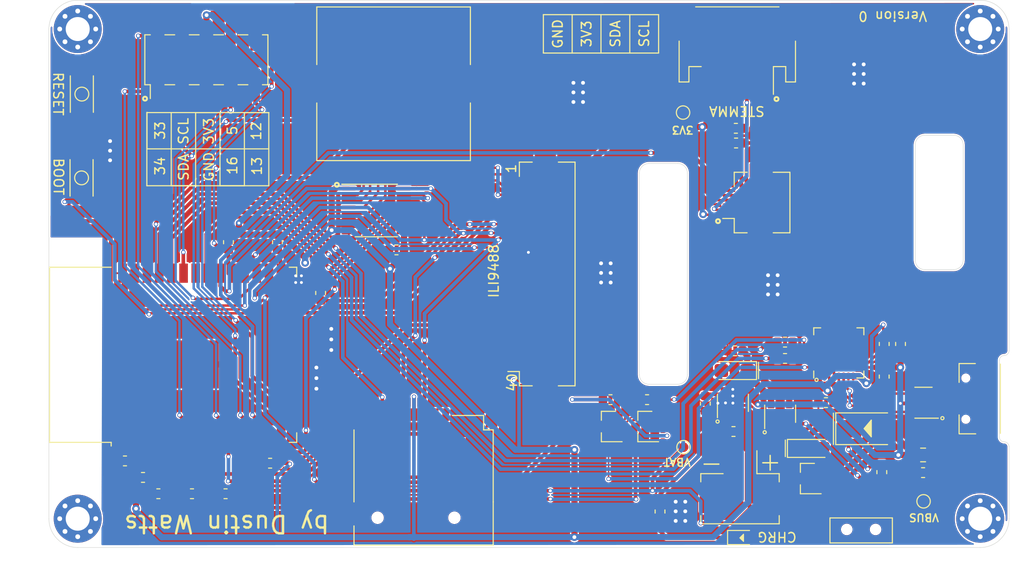
<source format=kicad_pcb>
(kicad_pcb (version 20171130) (host pcbnew "(5.1.6-0)")
  (layers (0 F.Cu signal) (31 B.Cu signal) (34 B.Paste user) (35 F.Paste user) (36 B.SilkS user) (37 F.SilkS user) (38 B.Mask user) (39 F.Mask user) (44 Edge.Cuts user))
  (net 0 "")
  (net 1 VBUS)
  (net 2 GND)
  (net 3 +3V3)
  (net 4 EN)
  (net 5 +BATT)
  (net 6 "Net-(D2-Pad1)")
  (net 7 XL)
  (net 8 YU)
  (net 9 XR)
  (net 10 YD)
  (net 11 "Net-(FPC1-Pad8)")
  (net 12 TFT_CS)
  (net 13 DC_RS)
  (net 14 SCK)
  (net 15 SDI)
  (net 16 "Net-(FPC1-Pad14)")
  (net 17 TFT_RESET)
  (net 18 TFT_LED)
  (net 19 CTC_IRQ)
  (net 20 D-)
  (net 21 D+)
  (net 22 "Net-(J1-Pad4)")
  (net 23 "Net-(J1-Pad6)")
  (net 24 IO5)
  (net 25 IO12)
  (net 26 IO13)
  (net 27 IO16)
  (net 28 IO33)
  (net 29 IO34)
  (net 30 SDA)
  (net 31 SCL)
  (net 32 PIEZO)
  (net 33 RTS)
  (net 34 "Net-(Q1-Pad1)")
  (net 35 "Net-(Q2-Pad1)")
  (net 36 DTR)
  (net 37 IO0)
  (net 38 "Net-(R3-Pad2)")
  (net 39 RXD0)
  (net 40 TXD0)
  (net 41 "Net-(R4-Pad2)")
  (net 42 RTC_IRQ)
  (net 43 "Net-(R9-Pad2)")
  (net 44 "Net-(R13-Pad2)")
  (net 45 "Net-(Rprog1-Pad1)")
  (net 46 SDO)
  (net 47 SD_CS)
  (net 48 LDO_EN)
  (net 49 "Net-(U1-Pad1)")
  (net 50 "Net-(U1-Pad2)")
  (net 51 "Net-(U1-Pad10)")
  (net 52 "Net-(U1-Pad11)")
  (net 53 "Net-(U1-Pad12)")
  (net 54 "Net-(U1-Pad13)")
  (net 55 "Net-(U1-Pad14)")
  (net 56 "Net-(U1-Pad15)")
  (net 57 "Net-(U1-Pad16)")
  (net 58 "Net-(U1-Pad17)")
  (net 59 "Net-(U1-Pad18)")
  (net 60 "Net-(U1-Pad19)")
  (net 61 "Net-(U1-Pad20)")
  (net 62 "Net-(U1-Pad21)")
  (net 63 "Net-(U1-Pad22)")
  (net 64 "Net-(U1-Pad23)")
  (net 65 "Net-(U1-Pad27)")
  (net 66 "Net-(U2-Pad13)")
  (net 67 RTC_CS)
  (net 68 "Net-(U3-Pad4)")
  (net 69 "Net-(U4-Pad4)")
  (net 70 "Net-(U4-Pad5)")
  (net 71 "Net-(U4-Pad17)")
  (net 72 "Net-(U4-Pad18)")
  (net 73 "Net-(U4-Pad19)")
  (net 74 "Net-(U4-Pad20)")
  (net 75 "Net-(U4-Pad21)")
  (net 76 "Net-(U4-Pad22)")
  (net 77 "Net-(U4-Pad32)")
  (net 78 /VIN)
  (net 79 BATT_DIV)
  (net 80 "Net-(SD1-Pad9)")
  (net 81 "Net-(SD1-Pad8)")
  (net 82 "Net-(SD1-Pad1)")
  (net 83 "Net-(F1-Pad2)")
  (net 84 CONN_D-)
  (net 85 CONN_D+)
  (net 86 RSTb)
  (net 87 "Net-(FPC2-Pad5)")
  (module Dustin_Watts_lib:USB_MICRO_C46389 (layer F.Cu) (at 137.6 78.5 90)
    (fp_text reference J1)
    (fp_text value USB_B_Micro)
    (pad 1 smd rect (at -1.3 -4.8 90) (size 0.4 1.35) (drill (offset 0 0.675)) (layers F.Cu F.Paste F.Mask) (net 83 "Net-(F1-Pad2)"))
    (pad 2 smd rect (at -0.65 -4.8 90) (size 0.4 1.35) (drill (offset 0 0.675)) (layers F.Cu F.Paste F.Mask) (net 84 CONN_D-))
    (pad 3 smd rect (at 0 -4.8 90) (size 0.4 1.35) (drill (offset 0 0.675)) (layers F.Cu F.Paste F.Mask) (net 85 CONN_D+))
    (pad 4 smd rect (at 0.65 -4.8 90) (size 0.4 1.35) (drill (offset 0 0.675)) (layers F.Cu F.Paste F.Mask) (net 22 "Net-(J1-Pad4)"))
    (pad 5 smd rect (at 1.3 -4.8 90) (size 0.4 1.35) (drill (offset 0 0.675)) (layers F.Cu F.Paste F.Mask) (net 2 GND))
    (pad 6 smd rect (at 4.9 -1.45 90) (size 1.9 1.9) (drill (offset -0.95 0)) (layers F.Cu F.Paste F.Mask) (net 23 "Net-(J1-Pad6)"))
    (pad 6 smd rect (at -4.9 -1.45 90) (size 1.9 1.9) (drill (offset 0.95 0)) (layers F.Cu F.Paste F.Mask) (net 23 "Net-(J1-Pad6)"))
    (pad 6 smd rect (at 1.2 -1.45 90) (size 1.9 1.9) (layers F.Cu F.Paste F.Mask) (net 23 "Net-(J1-Pad6)"))
    (pad 6 smd rect (at -1.2 -1.45 90) (size 1.9 1.9) (layers F.Cu F.Paste F.Mask) (net 23 "Net-(J1-Pad6)"))
    (pad "" np_thru_hole circle (at 2.15 -3.6 90) (size 0.65 0.65) (drill 0.65) (layers *.Cu *.Mask))
    (pad "" np_thru_hole circle (at -2.15 -3.6 90) (size 0.65 0.65) (drill 0.65) (layers *.Cu *.Mask))
  )
  (module MountingHole:MountingHole_2.5mm_Pad_Via (layer F.Cu) (at 41.5 40)
    (fp_text reference H1)
    (fp_text value MountingHole)
    (pad 1 thru_hole circle (at 1.325825 -1.325825) (size 0.8 0.8) (drill 0.5) (layers *.Cu *.Mask))
    (pad 1 thru_hole circle (at 0 -1.875) (size 0.8 0.8) (drill 0.5) (layers *.Cu *.Mask))
    (pad 1 thru_hole circle (at -1.325825 -1.325825) (size 0.8 0.8) (drill 0.5) (layers *.Cu *.Mask))
    (pad 1 thru_hole circle (at -1.875 0) (size 0.8 0.8) (drill 0.5) (layers *.Cu *.Mask))
    (pad 1 thru_hole circle (at -1.325825 1.325825) (size 0.8 0.8) (drill 0.5) (layers *.Cu *.Mask))
    (pad 1 thru_hole circle (at 0 1.875) (size 0.8 0.8) (drill 0.5) (layers *.Cu *.Mask))
    (pad 1 thru_hole circle (at 1.325825 1.325825) (size 0.8 0.8) (drill 0.5) (layers *.Cu *.Mask))
    (pad 1 thru_hole circle (at 1.875 0) (size 0.8 0.8) (drill 0.5) (layers *.Cu *.Mask))
    (pad 1 thru_hole circle (at 0 0) (size 5 5) (drill 2.5) (layers *.Cu *.Mask))
  )
  (module MountingHole:MountingHole_2.5mm_Pad_Via (layer F.Cu) (at 41.5 91)
    (fp_text reference H2)
    (fp_text value MountingHole)
    (pad 1 thru_hole circle (at 1.325825 -1.325825) (size 0.8 0.8) (drill 0.5) (layers *.Cu *.Mask))
    (pad 1 thru_hole circle (at 0 -1.875) (size 0.8 0.8) (drill 0.5) (layers *.Cu *.Mask))
    (pad 1 thru_hole circle (at -1.325825 -1.325825) (size 0.8 0.8) (drill 0.5) (layers *.Cu *.Mask))
    (pad 1 thru_hole circle (at -1.875 0) (size 0.8 0.8) (drill 0.5) (layers *.Cu *.Mask))
    (pad 1 thru_hole circle (at -1.325825 1.325825) (size 0.8 0.8) (drill 0.5) (layers *.Cu *.Mask))
    (pad 1 thru_hole circle (at 0 1.875) (size 0.8 0.8) (drill 0.5) (layers *.Cu *.Mask))
    (pad 1 thru_hole circle (at 1.325825 1.325825) (size 0.8 0.8) (drill 0.5) (layers *.Cu *.Mask))
    (pad 1 thru_hole circle (at 1.875 0) (size 0.8 0.8) (drill 0.5) (layers *.Cu *.Mask))
    (pad 1 thru_hole circle (at 0 0) (size 5 5) (drill 2.5) (layers *.Cu *.Mask))
  )
  (module MountingHole:MountingHole_2.5mm_Pad_Via (layer F.Cu) (at 135.5 40)
    (fp_text reference H3)
    (fp_text value MountingHole)
    (pad 1 thru_hole circle (at 1.325825 -1.325825) (size 0.8 0.8) (drill 0.5) (layers *.Cu *.Mask))
    (pad 1 thru_hole circle (at 0 -1.875) (size 0.8 0.8) (drill 0.5) (layers *.Cu *.Mask))
    (pad 1 thru_hole circle (at -1.325825 -1.325825) (size 0.8 0.8) (drill 0.5) (layers *.Cu *.Mask))
    (pad 1 thru_hole circle (at -1.875 0) (size 0.8 0.8) (drill 0.5) (layers *.Cu *.Mask))
    (pad 1 thru_hole circle (at -1.325825 1.325825) (size 0.8 0.8) (drill 0.5) (layers *.Cu *.Mask))
    (pad 1 thru_hole circle (at 0 1.875) (size 0.8 0.8) (drill 0.5) (layers *.Cu *.Mask))
    (pad 1 thru_hole circle (at 1.325825 1.325825) (size 0.8 0.8) (drill 0.5) (layers *.Cu *.Mask))
    (pad 1 thru_hole circle (at 1.875 0) (size 0.8 0.8) (drill 0.5) (layers *.Cu *.Mask))
    (pad 1 thru_hole circle (at 0 0) (size 5 5) (drill 2.5) (layers *.Cu *.Mask))
  )
  (module MountingHole:MountingHole_2.5mm_Pad_Via (layer F.Cu) (at 135.5 91)
    (fp_text reference H4)
    (fp_text value MountingHole)
    (pad 1 thru_hole circle (at 1.325825 -1.325825) (size 0.8 0.8) (drill 0.5) (layers *.Cu *.Mask))
    (pad 1 thru_hole circle (at 0 -1.875) (size 0.8 0.8) (drill 0.5) (layers *.Cu *.Mask))
    (pad 1 thru_hole circle (at -1.325825 -1.325825) (size 0.8 0.8) (drill 0.5) (layers *.Cu *.Mask))
    (pad 1 thru_hole circle (at -1.875 0) (size 0.8 0.8) (drill 0.5) (layers *.Cu *.Mask))
    (pad 1 thru_hole circle (at -1.325825 1.325825) (size 0.8 0.8) (drill 0.5) (layers *.Cu *.Mask))
    (pad 1 thru_hole circle (at 0 1.875) (size 0.8 0.8) (drill 0.5) (layers *.Cu *.Mask))
    (pad 1 thru_hole circle (at 1.325825 1.325825) (size 0.8 0.8) (drill 0.5) (layers *.Cu *.Mask))
    (pad 1 thru_hole circle (at 1.875 0) (size 0.8 0.8) (drill 0.5) (layers *.Cu *.Mask))
    (pad 1 thru_hole circle (at 0 0) (size 5 5) (drill 2.5) (layers *.Cu *.Mask))
  )
  (module Connector_JST:JST_PH_B2B-PH-SM4-TB_1x02-1MP_P2.00mm_Vertical (layer F.Cu) (at 110.48 87.17 180)
    (fp_text reference J3)
    (fp_text value " B2B-PH-SM4-TB(LF)(SN) ")
    (pad 1 smd roundrect (at -1 0.5 180) (size 1 5.5) (layers F.Cu F.Paste F.Mask) (net 5 +BATT))
    (pad 2 smd roundrect (at 1 0.5 180) (size 1 5.499999) (layers F.Cu F.Paste F.Mask) (net 2 GND))
    (pad MP smd roundrect (at -3.4 -1.75 180) (size 1.6 3) (layers F.Cu F.Paste F.Mask) (roundrect_rratio 0.15625))
    (pad MP smd roundrect (at 3.4 -1.75 180) (size 1.6 3) (layers F.Cu F.Paste F.Mask) (roundrect_rratio 0.15625))
  )
  (module Package_TO_SOT_SMD:SOT-23-6 (layer F.Cu) (at 129.59 78.92 180)
    (fp_text reference U6)
    (fp_text value USBLC6-2SC6)
    (pad 5 smd rect (at 1.1 0 180) (size 1.06 0.65) (layers F.Cu F.Paste F.Mask) (net 1 VBUS))
    (pad 6 smd rect (at 1.1 -0.95 180) (size 1.06 0.65) (layers F.Cu F.Paste F.Mask) (net 20 D-))
    (pad 4 smd rect (at 1.1 0.95 180) (size 1.06 0.65) (layers F.Cu F.Paste F.Mask) (net 21 D+))
    (pad 3 smd rect (at -1.1 0.95 180) (size 1.06 0.65) (layers F.Cu F.Paste F.Mask) (net 85 CONN_D+))
    (pad 2 smd rect (at -1.1 0 180) (size 1.06 0.65) (layers F.Cu F.Paste F.Mask) (net 2 GND))
    (pad 1 smd rect (at -1.1 -0.95 180) (size 1.06 0.65) (layers F.Cu F.Paste F.Mask) (net 84 CONN_D-))
  )
  (module Fuse:Fuse_0805_2012Metric (layer F.Cu) (at 129.55 84.36)
    (fp_text reference F1)
    (fp_text value Polyfuse)
    (pad 2 smd roundrect (at 0.9375 0) (size 0.975 1.4) (layers F.Cu F.Paste F.Mask) (net 83 "Net-(F1-Pad2)"))
    (pad 1 smd roundrect (at -0.9375 0) (size 0.975 1.4) (layers F.Cu F.Paste F.Mask) (net 1 VBUS))
  )
  (module Capacitor_SMD:C_0603_1608Metric (layer F.Cu) (at 119.43 78.91 180)
    (fp_text reference C10)
    (fp_text value 0.1uF)
    (pad 2 smd roundrect (at 0.7875 0 180) (size 0.875 0.95) (layers F.Cu F.Paste F.Mask) (net 2 GND))
    (pad 1 smd roundrect (at -0.7875 0 180) (size 0.875 0.95) (layers F.Cu F.Paste F.Mask) (net 3 +3V3))
  )
  (module Capacitor_SMD:C_0603_1608Metric (layer F.Cu) (at 129.55 86.2)
    (fp_text reference C3)
    (fp_text value 0.1uF)
    (pad 2 smd roundrect (at 0.7875 0) (size 0.875 0.95) (layers F.Cu F.Paste F.Mask) (net 2 GND))
    (pad 1 smd roundrect (at -0.7875 0) (size 0.875 0.95) (layers F.Cu F.Paste F.Mask) (net 1 VBUS))
  )
  (module Dustin_Watts_lib:Hirose_FH12-40S-0.5SH_1x40-1MP_P0.50mm_Horizontal_flipped (layer F.Cu) (at 88.8 65.51 90)
    (fp_text reference FPC1)
    (fp_text value FPC_40P_0.5mm)
    (pad MP smd rect (at 11.65 1.4 90) (size 1.8 2.2) (layers F.Cu F.Paste F.Mask))
    (pad MP smd rect (at -11.65 1.4 90) (size 1.8 2.2) (layers F.Cu F.Paste F.Mask))
    (pad 40 smd rect (at -9.75 -1.85 90) (size 0.3 1.3) (layers F.Cu F.Paste F.Mask) (net 3 +3V3))
    (pad 39 smd rect (at -9.25 -1.85 90) (size 0.3 1.3) (layers F.Cu F.Paste F.Mask) (net 3 +3V3))
    (pad 38 smd rect (at -8.75 -1.85 90) (size 0.3 1.3) (layers F.Cu F.Paste F.Mask) (net 3 +3V3))
    (pad 37 smd rect (at -8.25 -1.85 90) (size 0.3 1.3) (layers F.Cu F.Paste F.Mask) (net 2 GND))
    (pad 36 smd rect (at -7.75 -1.85 90) (size 0.3 1.3) (layers F.Cu F.Paste F.Mask) (net 2 GND))
    (pad 35 smd rect (at -7.25 -1.85 90) (size 0.3 1.3) (layers F.Cu F.Paste F.Mask) (net 2 GND))
    (pad 34 smd rect (at -6.75 -1.85 90) (size 0.3 1.3) (layers F.Cu F.Paste F.Mask) (net 2 GND))
    (pad 33 smd rect (at -6.25 -1.85 90) (size 0.3 1.3) (layers F.Cu F.Paste F.Mask) (net 18 TFT_LED))
    (pad 32 smd rect (at -5.75 -1.85 90) (size 0.3 1.3) (layers F.Cu F.Paste F.Mask) (net 2 GND))
    (pad 31 smd rect (at -5.25 -1.85 90) (size 0.3 1.3) (layers F.Cu F.Paste F.Mask) (net 2 GND))
    (pad 30 smd rect (at -4.75 -1.85 90) (size 0.3 1.3) (layers F.Cu F.Paste F.Mask) (net 2 GND))
    (pad 29 smd rect (at -4.25 -1.85 90) (size 0.3 1.3) (layers F.Cu F.Paste F.Mask) (net 2 GND))
    (pad 28 smd rect (at -3.75 -1.85 90) (size 0.3 1.3) (layers F.Cu F.Paste F.Mask) (net 2 GND))
    (pad 27 smd rect (at -3.25 -1.85 90) (size 0.3 1.3) (layers F.Cu F.Paste F.Mask) (net 2 GND))
    (pad 26 smd rect (at -2.75 -1.85 90) (size 0.3 1.3) (layers F.Cu F.Paste F.Mask) (net 2 GND))
    (pad 25 smd rect (at -2.25 -1.85 90) (size 0.3 1.3) (layers F.Cu F.Paste F.Mask) (net 2 GND))
    (pad 24 smd rect (at -1.75 -1.85 90) (size 0.3 1.3) (layers F.Cu F.Paste F.Mask) (net 2 GND))
    (pad 23 smd rect (at -1.25 -1.85 90) (size 0.3 1.3) (layers F.Cu F.Paste F.Mask) (net 2 GND))
    (pad 22 smd rect (at -0.75 -1.85 90) (size 0.3 1.3) (layers F.Cu F.Paste F.Mask) (net 2 GND))
    (pad 21 smd rect (at -0.25 -1.85 90) (size 0.3 1.3) (layers F.Cu F.Paste F.Mask) (net 2 GND))
    (pad 20 smd rect (at 0.25 -1.85 90) (size 0.3 1.3) (layers F.Cu F.Paste F.Mask) (net 2 GND))
    (pad 19 smd rect (at 0.75 -1.85 90) (size 0.3 1.3) (layers F.Cu F.Paste F.Mask) (net 2 GND))
    (pad 18 smd rect (at 1.25 -1.85 90) (size 0.3 1.3) (layers F.Cu F.Paste F.Mask) (net 2 GND))
    (pad 17 smd rect (at 1.75 -1.85 90) (size 0.3 1.3) (layers F.Cu F.Paste F.Mask) (net 2 GND))
    (pad 16 smd rect (at 2.25 -1.85 90) (size 0.3 1.3) (layers F.Cu F.Paste F.Mask) (net 2 GND))
    (pad 15 smd rect (at 2.75 -1.85 90) (size 0.3 1.3) (layers F.Cu F.Paste F.Mask) (net 17 TFT_RESET))
    (pad 14 smd rect (at 3.25 -1.85 90) (size 0.3 1.3) (layers F.Cu F.Paste F.Mask) (net 16 "Net-(FPC1-Pad14)"))
    (pad 13 smd rect (at 3.75 -1.85 90) (size 0.3 1.3) (layers F.Cu F.Paste F.Mask) (net 15 SDI))
    (pad 12 smd rect (at 4.25 -1.85 90) (size 0.3 1.3) (layers F.Cu F.Paste F.Mask) (net 3 +3V3))
    (pad 11 smd rect (at 4.75 -1.85 90) (size 0.3 1.3) (layers F.Cu F.Paste F.Mask) (net 14 SCK))
    (pad 10 smd rect (at 5.25 -1.85 90) (size 0.3 1.3) (layers F.Cu F.Paste F.Mask) (net 13 DC_RS))
    (pad 9 smd rect (at 5.75 -1.85 90) (size 0.3 1.3) (layers F.Cu F.Paste F.Mask) (net 12 TFT_CS))
    (pad 8 smd rect (at 6.25 -1.85 90) (size 0.3 1.3) (layers F.Cu F.Paste F.Mask) (net 11 "Net-(FPC1-Pad8)"))
    (pad 7 smd rect (at 6.75 -1.85 90) (size 0.3 1.3) (layers F.Cu F.Paste F.Mask) (net 3 +3V3))
    (pad 6 smd rect (at 7.25 -1.85 90) (size 0.3 1.3) (layers F.Cu F.Paste F.Mask) (net 3 +3V3))
    (pad 5 smd rect (at 7.75 -1.85 90) (size 0.3 1.3) (layers F.Cu F.Paste F.Mask) (net 2 GND))
    (pad 4 smd rect (at 8.25 -1.85 90) (size 0.3 1.3) (layers F.Cu F.Paste F.Mask) (net 10 YD))
    (pad 3 smd rect (at 8.75 -1.85 90) (size 0.3 1.3) (layers F.Cu F.Paste F.Mask) (net 9 XR))
    (pad 2 smd rect (at 9.25 -1.85 90) (size 0.3 1.3) (layers F.Cu F.Paste F.Mask) (net 8 YU))
    (pad 1 smd rect (at 9.75 -1.85 90) (size 0.3 1.3) (layers F.Cu F.Paste F.Mask) (net 7 XL))
  )
  (module Dustin_Watts_lib:SK-3296S-01 (layer F.Cu) (at 123.1 92.12 180)
    (fp_text reference SW3)
    (fp_text value "SK-3296S-01-L3 ")
    (pad 1 smd rect (at -2.7 1.5 180) (size 0.9 1.3) (drill (offset 0.45 0.6)) (layers F.Cu F.Paste F.Mask) (net 43 "Net-(R9-Pad2)"))
    (pad 2 smd rect (at -1.2 1.5 180) (size 0.9 1.3) (drill (offset 0.45 0.6)) (layers F.Cu F.Paste F.Mask) (net 48 LDO_EN))
    (pad 3 smd rect (at 1.8 1.5 180) (size 0.9 1.3) (drill (offset 0.45 0.6)) (layers F.Cu F.Paste F.Mask) (net 2 GND))
    (pad MNT smd rect (at -3.4 -1.1 180) (size 0.8 0.9) (drill (offset -0.4 0)) (layers F.Cu F.Paste F.Mask))
    (pad MNT smd rect (at -3.4 1.1 180) (size 0.8 0.9) (drill (offset -0.4 0)) (layers F.Cu F.Paste F.Mask))
    (pad MNT smd rect (at 3.4 -1.1 180) (size 0.8 0.9) (drill (offset 0.4 0)) (layers F.Cu F.Paste F.Mask))
    (pad MNT smd rect (at 3.4 1.1 180) (size 0.8 0.9) (drill (offset 0.4 0)) (layers F.Cu F.Paste F.Mask))
    (pad "" np_thru_hole circle (at -1.5 0 180) (size 0.9 0.9) (drill 0.9) (layers *.Cu *.Mask))
    (pad "" np_thru_hole circle (at 1.5 0 180) (size 0.9 0.9) (drill 0.9) (layers *.Cu *.Mask))
  )
  (module "Dustin_Watts_lib:INGHAi GSC1625YB-3V4000" (layer F.Cu) (at 74.4 45.7)
    (fp_text reference LS1)
    (fp_text value Speaker_PIEZO)
    (pad 1 smd rect (at 8.5 0) (size 3 3) (layers F.Cu F.Paste F.Mask) (net 32 PIEZO))
    (pad 2 smd rect (at -8.5 0) (size 3 3) (layers F.Cu F.Paste F.Mask) (net 2 GND))
  )
  (module Dustin_Watts_lib:TS-1088R-02526 (layer F.Cu) (at 41.9 55.5 90)
    (fp_text reference SW1)
    (fp_text value "TS-1088R-02526 ")
    (pad 2 smd rect (at 2.225 0 90) (size 1.05 2) (layers F.Cu F.Paste F.Mask) (net 2 GND))
    (pad 1 smd rect (at -2.225 0 90) (size 1.05 2) (layers F.Cu F.Paste F.Mask) (net 37 IO0))
  )
  (module Dustin_Watts_lib:TS-1088R-02526 (layer F.Cu) (at 41.93 46.775 270)
    (fp_text reference SW2)
    (fp_text value "TS-1088R-02526 ")
    (pad 2 smd rect (at 2.225 0 270) (size 1.05 2) (layers F.Cu F.Paste F.Mask) (net 2 GND))
    (pad 1 smd rect (at -2.225 0 270) (size 1.05 2) (layers F.Cu F.Paste F.Mask) (net 4 EN))
  )
  (module Connector_PinHeader_2.54mm:PinHeader_2x05_P2.54mm_Vertical_SMD (layer F.Cu) (at 54.9 43.2 90)
    (fp_text reference J2)
    (fp_text value Conn_02x05_Counter_Clockwise)
    (pad 1 smd rect (at -2.525 -5.08 90) (size 3.15 1) (layers F.Cu F.Paste F.Mask) (net 29 IO34))
    (pad 2 smd rect (at 2.525 -5.08 90) (size 3.15 1) (layers F.Cu F.Paste F.Mask) (net 28 IO33))
    (pad 3 smd rect (at -2.525 -2.54 90) (size 3.15 1) (layers F.Cu F.Paste F.Mask) (net 30 SDA))
    (pad 4 smd rect (at 2.525 -2.54 90) (size 3.15 1) (layers F.Cu F.Paste F.Mask) (net 31 SCL))
    (pad 5 smd rect (at -2.525 0 90) (size 3.15 1) (layers F.Cu F.Paste F.Mask) (net 2 GND))
    (pad 6 smd rect (at 2.525 0 90) (size 3.15 1) (layers F.Cu F.Paste F.Mask) (net 3 +3V3))
    (pad 7 smd rect (at -2.525 2.54 90) (size 3.15 1) (layers F.Cu F.Paste F.Mask) (net 27 IO16))
    (pad 8 smd rect (at 2.525 2.54 90) (size 3.15 1) (layers F.Cu F.Paste F.Mask) (net 24 IO5))
    (pad 9 smd rect (at -2.525 5.08 90) (size 3.15 1) (layers F.Cu F.Paste F.Mask) (net 26 IO13))
    (pad 10 smd rect (at 2.525 5.08 90) (size 3.15 1) (layers F.Cu F.Paste F.Mask) (net 25 IO12))
  )
  (module RF_Module:ESP32-WROOM-32 (layer F.Cu) (at 54.43 73.93 90)
    (fp_text reference U4)
    (fp_text value ESP32-WROOM-32D)
    (pad 39 smd rect (at -1 -0.755 90) (size 5 5) (layers F.Cu F.Paste F.Mask) (net 2 GND))
    (pad 1 smd rect (at -8.5 -8.255 90) (size 2 0.9) (layers F.Cu F.Paste F.Mask) (net 2 GND))
    (pad 2 smd rect (at -8.5 -6.985 90) (size 2 0.9) (layers F.Cu F.Paste F.Mask) (net 3 +3V3))
    (pad 3 smd rect (at -8.5 -5.715 90) (size 2 0.9) (layers F.Cu F.Paste F.Mask) (net 4 EN))
    (pad 4 smd rect (at -8.5 -4.445 90) (size 2 0.9) (layers F.Cu F.Paste F.Mask) (net 69 "Net-(U4-Pad4)"))
    (pad 5 smd rect (at -8.5 -3.175 90) (size 2 0.9) (layers F.Cu F.Paste F.Mask) (net 70 "Net-(U4-Pad5)"))
    (pad 6 smd rect (at -8.5 -1.905 90) (size 2 0.9) (layers F.Cu F.Paste F.Mask) (net 29 IO34))
    (pad 7 smd rect (at -8.5 -0.635 90) (size 2 0.9) (layers F.Cu F.Paste F.Mask) (net 79 BATT_DIV))
    (pad 8 smd rect (at -8.5 0.635 90) (size 2 0.9) (layers F.Cu F.Paste F.Mask) (net 18 TFT_LED))
    (pad 9 smd rect (at -8.5 1.905 90) (size 2 0.9) (layers F.Cu F.Paste F.Mask) (net 28 IO33))
    (pad 10 smd rect (at -8.5 3.175 90) (size 2 0.9) (layers F.Cu F.Paste F.Mask) (net 47 SD_CS))
    (pad 11 smd rect (at -8.5 4.445 90) (size 2 0.9) (layers F.Cu F.Paste F.Mask) (net 32 PIEZO))
    (pad 12 smd rect (at -8.5 5.715 90) (size 2 0.9) (layers F.Cu F.Paste F.Mask) (net 19 CTC_IRQ))
    (pad 13 smd rect (at -8.5 6.985 90) (size 2 0.9) (layers F.Cu F.Paste F.Mask) (net 42 RTC_IRQ))
    (pad 14 smd rect (at -8.5 8.255 90) (size 2 0.9) (layers F.Cu F.Paste F.Mask) (net 25 IO12))
    (pad 15 smd rect (at -5.715 9.255 180) (size 2 0.9) (layers F.Cu F.Paste F.Mask) (net 2 GND))
    (pad 16 smd rect (at -4.445 9.255 180) (size 2 0.9) (layers F.Cu F.Paste F.Mask) (net 26 IO13))
    (pad 17 smd rect (at -3.175 9.255 180) (size 2 0.9) (layers F.Cu F.Paste F.Mask) (net 71 "Net-(U4-Pad17)"))
    (pad 18 smd rect (at -1.905 9.255 180) (size 2 0.9) (layers F.Cu F.Paste F.Mask) (net 72 "Net-(U4-Pad18)"))
    (pad 19 smd rect (at -0.635 9.255 180) (size 2 0.9) (layers F.Cu F.Paste F.Mask) (net 73 "Net-(U4-Pad19)"))
    (pad 20 smd rect (at 0.635 9.255 180) (size 2 0.9) (layers F.Cu F.Paste F.Mask) (net 74 "Net-(U4-Pad20)"))
    (pad 21 smd rect (at 1.905 9.255 180) (size 2 0.9) (layers F.Cu F.Paste F.Mask) (net 75 "Net-(U4-Pad21)"))
    (pad 22 smd rect (at 3.175 9.255 180) (size 2 0.9) (layers F.Cu F.Paste F.Mask) (net 76 "Net-(U4-Pad22)"))
    (pad 23 smd rect (at 4.445 9.255 180) (size 2 0.9) (layers F.Cu F.Paste F.Mask) (net 12 TFT_CS))
    (pad 24 smd rect (at 5.715 9.255 180) (size 2 0.9) (layers F.Cu F.Paste F.Mask) (net 13 DC_RS))
    (pad 25 smd rect (at 8.5 8.255 90) (size 2 0.9) (layers F.Cu F.Paste F.Mask) (net 37 IO0))
    (pad 26 smd rect (at 8.5 6.985 90) (size 2 0.9) (layers F.Cu F.Paste F.Mask) (net 17 TFT_RESET))
    (pad 27 smd rect (at 8.5 5.715 90) (size 2 0.9) (layers F.Cu F.Paste F.Mask) (net 27 IO16))
    (pad 28 smd rect (at 8.5 4.445 90) (size 2 0.9) (layers F.Cu F.Paste F.Mask) (net 67 RTC_CS))
    (pad 29 smd rect (at 8.5 3.175 90) (size 2 0.9) (layers F.Cu F.Paste F.Mask) (net 24 IO5))
    (pad 30 smd rect (at 8.5 1.905 90) (size 2 0.9) (layers F.Cu F.Paste F.Mask) (net 14 SCK))
    (pad 31 smd rect (at 8.5 0.635 90) (size 2 0.9) (layers F.Cu F.Paste F.Mask) (net 46 SDO))
    (pad 32 smd rect (at 8.5 -0.635 90) (size 2 0.9) (layers F.Cu F.Paste F.Mask) (net 77 "Net-(U4-Pad32)"))
    (pad 33 smd rect (at 8.5 -1.905 90) (size 2 0.9) (layers F.Cu F.Paste F.Mask) (net 30 SDA))
    (pad 34 smd rect (at 8.5 -3.175 90) (size 2 0.9) (layers F.Cu F.Paste F.Mask) (net 39 RXD0))
    (pad 35 smd rect (at 8.5 -4.445 90) (size 2 0.9) (layers F.Cu F.Paste F.Mask) (net 40 TXD0))
    (pad 36 smd rect (at 8.5 -5.715 90) (size 2 0.9) (layers F.Cu F.Paste F.Mask) (net 31 SCL))
    (pad 37 smd rect (at 8.5 -6.985 90) (size 2 0.9) (layers F.Cu F.Paste F.Mask) (net 15 SDI))
    (pad 38 smd rect (at 8.5 -8.255 90) (size 2 0.9) (layers F.Cu F.Paste F.Mask) (net 2 GND))
  )
  (module Capacitor_SMD:C_0603_1608Metric (layer F.Cu) (at 125.5 76.2 270)
    (fp_text reference C1)
    (fp_text value 0.1uF)
    (pad 1 smd roundrect (at -0.7875 0 270) (size 0.875 0.95) (layers F.Cu F.Paste F.Mask) (net 1 VBUS))
    (pad 2 smd roundrect (at 0.7875 0 270) (size 0.875 0.95) (layers F.Cu F.Paste F.Mask) (net 2 GND))
  )
  (module Capacitor_SMD:C_0603_1608Metric (layer F.Cu) (at 74.7 63 180)
    (fp_text reference C2)
    (fp_text value 0.1uF)
    (pad 2 smd roundrect (at 0.7875 0 180) (size 0.875 0.95) (layers F.Cu F.Paste F.Mask) (net 2 GND))
    (pad 1 smd roundrect (at -0.7875 0 180) (size 0.875 0.95) (layers F.Cu F.Paste F.Mask) (net 3 +3V3))
  )
  (module Capacitor_Tantalum_SMD:CP_EIA-3216-18_Kemet-A (layer F.Cu) (at 117.73 83.68)
    (fp_text reference C4)
    (fp_text value 10uF)
    (pad 2 smd roundrect (at 1.35 0) (size 1.4 1.35) (layers F.Cu F.Paste F.Mask) (roundrect_rratio 0.185185) (net 2 GND))
    (pad 1 smd roundrect (at -1.35 0) (size 1.4 1.35) (layers F.Cu F.Paste F.Mask) (roundrect_rratio 0.185185) (net 78 /VIN))
  )
  (module Capacitor_Tantalum_SMD:CP_EIA-3216-18_Kemet-A (layer F.Cu) (at 109.89 75.57 180)
    (fp_text reference C5)
    (fp_text value 10uF)
    (pad 1 smd roundrect (at -1.35 0 180) (size 1.4 1.35) (layers F.Cu F.Paste F.Mask) (roundrect_rratio 0.185185) (net 3 +3V3))
    (pad 2 smd roundrect (at 1.35 0 180) (size 1.4 1.35) (layers F.Cu F.Paste F.Mask) (roundrect_rratio 0.185185) (net 2 GND))
  )
  (module Capacitor_SMD:C_0603_1608Metric (layer F.Cu) (at 46.42 84.98 180)
    (fp_text reference C6)
    (fp_text value 0.1uF)
    (pad 1 smd roundrect (at -0.7875 0 180) (size 0.875 0.95) (layers F.Cu F.Paste F.Mask) (net 3 +3V3))
    (pad 2 smd roundrect (at 0.7875 0 180) (size 0.875 0.95) (layers F.Cu F.Paste F.Mask) (net 2 GND))
  )
  (module Capacitor_SMD:C_0603_1608Metric (layer F.Cu) (at 109.96 73.51 180)
    (fp_text reference C7)
    (fp_text value 1uF)
    (pad 1 smd roundrect (at -0.7875 0 180) (size 0.875 0.95) (layers F.Cu F.Paste F.Mask) (net 3 +3V3))
    (pad 2 smd roundrect (at 0.7875 0 180) (size 0.875 0.95) (layers F.Cu F.Paste F.Mask) (net 2 GND))
  )
  (module Capacitor_SMD:C_0603_1608Metric (layer F.Cu) (at 49.9 88.4)
    (fp_text reference C8)
    (fp_text value 0.1uF)
    (pad 1 smd roundrect (at -0.7875 0) (size 0.875 0.95) (layers F.Cu F.Paste F.Mask) (net 4 EN))
    (pad 2 smd roundrect (at 0.7875 0) (size 0.875 0.95) (layers F.Cu F.Paste F.Mask) (net 2 GND))
  )
  (module Capacitor_SMD:C_0603_1608Metric (layer F.Cu) (at 109.8 81.92 180)
    (fp_text reference C9)
    (fp_text value 10uF)
    (pad 2 smd roundrect (at 0.7875 0 180) (size 0.875 0.95) (layers F.Cu F.Paste F.Mask) (net 2 GND))
    (pad 1 smd roundrect (at -0.7875 0 180) (size 0.875 0.95) (layers F.Cu F.Paste F.Mask) (net 5 +BATT))
  )
  (module Diode_SMD:D_SMA (layer F.Cu) (at 123.85 81.63)
    (fp_text reference D1)
    (fp_text value SS14D)
    (pad 1 smd rect (at -2 0) (size 2.5 1.8) (layers F.Cu F.Paste F.Mask) (net 78 /VIN))
    (pad 2 smd rect (at 2 0) (size 2.5 1.8) (layers F.Cu F.Paste F.Mask) (net 1 VBUS))
  )
  (module LED_SMD:LED_0603_1608Metric (layer F.Cu) (at 110.67 92.96)
    (fp_text reference D2)
    (fp_text value CHG)
    (pad 1 smd roundrect (at -0.7875 0) (size 0.875 0.95) (layers F.Cu F.Paste F.Mask) (net 6 "Net-(D2-Pad1)"))
    (pad 2 smd roundrect (at 0.7875 0) (size 0.875 0.95) (layers F.Cu F.Paste F.Mask) (net 1 VBUS))
  )
  (module Connector_FFC-FPC:Hirose_FH12-6S-0.5SH_1x06-1MP_P0.50mm_Horizontal (layer F.Cu) (at 111.18 58.07 90)
    (fp_text reference FPC2)
    (fp_text value Conn_01x06)
    (pad MP smd rect (at 3.15 1.4 90) (size 1.8 2.2) (layers F.Cu F.Paste F.Mask))
    (pad MP smd rect (at -3.15 1.4 90) (size 1.8 2.2) (layers F.Cu F.Paste F.Mask))
    (pad 1 smd rect (at -1.25 -1.85 90) (size 0.3 1.3) (layers F.Cu F.Paste F.Mask) (net 3 +3V3))
    (pad 2 smd rect (at -0.75 -1.85 90) (size 0.3 1.3) (layers F.Cu F.Paste F.Mask) (net 30 SDA))
    (pad 3 smd rect (at -0.25 -1.85 90) (size 0.3 1.3) (layers F.Cu F.Paste F.Mask) (net 31 SCL))
    (pad 4 smd rect (at 0.25 -1.85 90) (size 0.3 1.3) (layers F.Cu F.Paste F.Mask) (net 19 CTC_IRQ))
    (pad 5 smd rect (at 0.75 -1.85 90) (size 0.3 1.3) (layers F.Cu F.Paste F.Mask) (net 87 "Net-(FPC2-Pad5)"))
    (pad 6 smd rect (at 1.25 -1.85 90) (size 0.3 1.3) (layers F.Cu F.Paste F.Mask) (net 2 GND))
  )
  (module Package_TO_SOT_SMD:SOT-23 (layer F.Cu) (at 100.6 81.4 180)
    (fp_text reference Q1)
    (fp_text value S8050)
    (pad 3 smd rect (at 1 0 180) (size 0.9 0.8) (layers F.Cu F.Paste F.Mask) (net 4 EN))
    (pad 2 smd rect (at -1 0.95 180) (size 0.9 0.8) (layers F.Cu F.Paste F.Mask) (net 33 RTS))
    (pad 1 smd rect (at -1 -0.95 180) (size 0.9 0.8) (layers F.Cu F.Paste F.Mask) (net 34 "Net-(Q1-Pad1)"))
  )
  (module Package_TO_SOT_SMD:SOT-23 (layer F.Cu) (at 96.8 81.4 180)
    (fp_text reference Q2)
    (fp_text value S8050)
    (pad 1 smd rect (at -1 -0.95 180) (size 0.9 0.8) (layers F.Cu F.Paste F.Mask) (net 35 "Net-(Q2-Pad1)"))
    (pad 2 smd rect (at -1 0.95 180) (size 0.9 0.8) (layers F.Cu F.Paste F.Mask) (net 36 DTR))
    (pad 3 smd rect (at 1 0 180) (size 0.9 0.8) (layers F.Cu F.Paste F.Mask) (net 37 IO0))
  )
  (module Package_TO_SOT_SMD:SOT-23 (layer F.Cu) (at 117.53 86.82 180)
    (fp_text reference Q3)
    (fp_text value DMG3415U-7)
    (pad 1 smd rect (at -1 -0.95 180) (size 0.9 0.8) (layers F.Cu F.Paste F.Mask) (net 1 VBUS))
    (pad 2 smd rect (at -1 0.95 180) (size 0.9 0.8) (layers F.Cu F.Paste F.Mask) (net 78 /VIN))
    (pad 3 smd rect (at 1 0 180) (size 0.9 0.8) (layers F.Cu F.Paste F.Mask) (net 5 +BATT))
  )
  (module Resistor_SMD:R_0603_1608Metric (layer F.Cu) (at 125.5 72.8 270)
    (fp_text reference R1)
    (fp_text value 4.7K)
    (pad 1 smd roundrect (at -0.7875 0 270) (size 0.875 0.95) (layers F.Cu F.Paste F.Mask) (net 3 +3V3))
    (pad 2 smd roundrect (at 0.7875 0 270) (size 0.875 0.95) (layers F.Cu F.Paste F.Mask) (net 86 RSTb))
  )
  (module Resistor_SMD:R_0603_1608Metric (layer F.Cu) (at 127.2 72.8 90)
    (fp_text reference R2)
    (fp_text value 100K)
    (pad 2 smd roundrect (at 0.7875 0 90) (size 0.875 0.95) (layers F.Cu F.Paste F.Mask) (net 2 GND))
    (pad 1 smd roundrect (at -0.7875 0 90) (size 0.875 0.95) (layers F.Cu F.Paste F.Mask) (net 1 VBUS))
  )
  (module Resistor_SMD:R_0603_1608Metric (layer F.Cu) (at 115.17 72.61)
    (fp_text reference R3)
    (fp_text value 1K)
    (pad 2 smd roundrect (at 0.7875 0) (size 0.875 0.95) (layers F.Cu F.Paste F.Mask) (net 38 "Net-(R3-Pad2)"))
    (pad 1 smd roundrect (at -0.7875 0) (size 0.875 0.95) (layers F.Cu F.Paste F.Mask) (net 40 TXD0))
  )
  (module Resistor_SMD:R_0603_1608Metric (layer F.Cu) (at 115.17 74.31)
    (fp_text reference R4)
    (fp_text value 1K)
    (pad 1 smd roundrect (at -0.7875 0) (size 0.875 0.95) (layers F.Cu F.Paste F.Mask) (net 39 RXD0))
    (pad 2 smd roundrect (at 0.7875 0) (size 0.875 0.95) (layers F.Cu F.Paste F.Mask) (net 41 "Net-(R4-Pad2)"))
  )
  (module Resistor_SMD:R_0603_1608Metric (layer F.Cu) (at 96.9875 78.6)
    (fp_text reference R5)
    (fp_text value 10K)
    (pad 1 smd roundrect (at -0.7875 0) (size 0.875 0.95) (layers F.Cu F.Paste F.Mask) (net 34 "Net-(Q1-Pad1)"))
    (pad 2 smd roundrect (at 0.7875 0) (size 0.875 0.95) (layers F.Cu F.Paste F.Mask) (net 36 DTR))
  )
  (module Resistor_SMD:R_0603_1608Metric (layer F.Cu) (at 100.8 78.6)
    (fp_text reference R6)
    (fp_text value 10K)
    (pad 2 smd roundrect (at 0.7875 0) (size 0.875 0.95) (layers F.Cu F.Paste F.Mask) (net 33 RTS))
    (pad 1 smd roundrect (at -0.7875 0) (size 0.875 0.95) (layers F.Cu F.Paste F.Mask) (net 35 "Net-(Q2-Pad1)"))
  )
  (module Resistor_SMD:R_0603_1608Metric (layer F.Cu) (at 61.54 85.22)
    (fp_text reference R7)
    (fp_text value 10K)
    (pad 2 smd roundrect (at 0.7875 0) (size 0.875 0.95) (layers F.Cu F.Paste F.Mask) (net 3 +3V3))
    (pad 1 smd roundrect (at -0.7875 0) (size 0.875 0.95) (layers F.Cu F.Paste F.Mask) (net 42 RTC_IRQ))
  )
  (module Resistor_SMD:R_0603_1608Metric (layer F.Cu) (at 48.3 86.7)
    (fp_text reference R8)
    (fp_text value 10K)
    (pad 1 smd roundrect (at -0.7875 0) (size 0.875 0.95) (layers F.Cu F.Paste F.Mask) (net 3 +3V3))
    (pad 2 smd roundrect (at 0.7875 0) (size 0.875 0.95) (layers F.Cu F.Paste F.Mask) (net 4 EN))
  )
  (module Resistor_SMD:R_0603_1608Metric (layer F.Cu) (at 125.25 86.15 270)
    (fp_text reference R9)
    (fp_text value 100K)
    (pad 1 smd roundrect (at -0.7875 0 270) (size 0.875 0.95) (layers F.Cu F.Paste F.Mask) (net 78 /VIN))
    (pad 2 smd roundrect (at 0.7875 0 270) (size 0.875 0.95) (layers F.Cu F.Paste F.Mask) (net 43 "Net-(R9-Pad2)"))
  )
  (module Resistor_SMD:R_0603_1608Metric (layer F.Cu) (at 62.3 62.2 270)
    (fp_text reference R10)
    (fp_text value 10K)
    (pad 2 smd roundrect (at 0.7875 0 270) (size 0.875 0.95) (layers F.Cu F.Paste F.Mask) (net 37 IO0))
    (pad 1 smd roundrect (at -0.7875 0 270) (size 0.875 0.95) (layers F.Cu F.Paste F.Mask) (net 3 +3V3))
  )
  (module Resistor_SMD:R_0603_1608Metric (layer F.Cu) (at 57.2 62.2 270)
    (fp_text reference R11)
    (fp_text value 10K)
    (pad 1 smd roundrect (at -0.7875 0 270) (size 0.875 0.95) (layers F.Cu F.Paste F.Mask) (net 3 +3V3))
    (pad 2 smd roundrect (at 0.7875 0 270) (size 0.875 0.95) (layers F.Cu F.Paste F.Mask) (net 24 IO5))
  )
  (module Resistor_SMD:R_0603_1608Metric (layer F.Cu) (at 66.8 67.4875 270)
    (fp_text reference R12)
    (fp_text value 10K)
    (pad 2 smd roundrect (at 0.7875 0 270) (size 0.875 0.95) (layers F.Cu F.Paste F.Mask) (net 13 DC_RS))
    (pad 1 smd roundrect (at -0.7875 0 270) (size 0.875 0.95) (layers F.Cu F.Paste F.Mask) (net 2 GND))
  )
  (module Resistor_SMD:R_0603_1608Metric (layer F.Cu) (at 102.15 90.25 90)
    (fp_text reference R13)
    (fp_text value 1K)
    (pad 1 smd roundrect (at -0.7875 0 90) (size 0.875 0.95) (layers F.Cu F.Paste F.Mask) (net 6 "Net-(D2-Pad1)"))
    (pad 2 smd roundrect (at 0.7875 0 90) (size 0.875 0.95) (layers F.Cu F.Paste F.Mask) (net 44 "Net-(R13-Pad2)"))
  )
  (module Resistor_SMD:R_0603_1608Metric (layer F.Cu) (at 56.9 88.4 180)
    (fp_text reference R14)
    (fp_text value 100K)
    (pad 1 smd roundrect (at -0.7875 0 180) (size 0.875 0.95) (layers F.Cu F.Paste F.Mask) (net 5 +BATT))
    (pad 2 smd roundrect (at 0.7875 0 180) (size 0.875 0.95) (layers F.Cu F.Paste F.Mask) (net 79 BATT_DIV))
  )
  (module Resistor_SMD:R_0603_1608Metric (layer F.Cu) (at 53.4 88.4 180)
    (fp_text reference R15)
    (fp_text value 100K)
    (pad 2 smd roundrect (at 0.7875 0 180) (size 0.875 0.95) (layers F.Cu F.Paste F.Mask) (net 2 GND))
    (pad 1 smd roundrect (at -0.7875 0 180) (size 0.875 0.95) (layers F.Cu F.Paste F.Mask) (net 79 BATT_DIV))
  )
  (module Resistor_SMD:R_0603_1608Metric (layer F.Cu) (at 106.87 79.01 270)
    (fp_text reference Rprog1)
    (fp_text value 3.3K)
    (pad 2 smd roundrect (at 0.7875 0 270) (size 0.875 0.95) (layers F.Cu F.Paste F.Mask) (net 2 GND))
    (pad 1 smd roundrect (at -0.7875 0 270) (size 0.875 0.95) (layers F.Cu F.Paste F.Mask) (net 45 "Net-(Rprog1-Pad1)"))
  )
  (module Package_DFN_QFN:QFN-28-1EP_5x5mm_P0.5mm_EP3.35x3.35mm (layer F.Cu) (at 120.77 73.73 90)
    (fp_text reference U1)
    (fp_text value CP2102N-A01-GQFN28)
    (pad 1 smd roundrect (at -2.45 -1.5 90) (size 0.8 0.25) (layers F.Cu F.Paste F.Mask) (net 49 "Net-(U1-Pad1)"))
    (pad 2 smd roundrect (at -2.45 -1 90) (size 0.8 0.25) (layers F.Cu F.Paste F.Mask) (net 50 "Net-(U1-Pad2)"))
    (pad 3 smd roundrect (at -2.45 -0.5 90) (size 0.8 0.25) (layers F.Cu F.Paste F.Mask) (net 2 GND))
    (pad 4 smd roundrect (at -2.45 0 90) (size 0.8 0.25) (layers F.Cu F.Paste F.Mask) (net 21 D+))
    (pad 5 smd roundrect (at -2.45 0.5 90) (size 0.8 0.25) (layers F.Cu F.Paste F.Mask) (net 20 D-))
    (pad 6 smd roundrect (at -2.45 1 90) (size 0.8 0.25) (layers F.Cu F.Paste F.Mask) (net 3 +3V3))
    (pad 7 smd roundrect (at -2.45 1.5 90) (size 0.8 0.25) (layers F.Cu F.Paste F.Mask) (net 3 +3V3))
    (pad 8 smd roundrect (at -1.5 2.45 90) (size 0.25 0.8) (layers F.Cu F.Paste F.Mask) (net 1 VBUS))
    (pad 9 smd roundrect (at -1 2.45 90) (size 0.25 0.8) (layers F.Cu F.Paste F.Mask) (net 86 RSTb))
    (pad 10 smd roundrect (at -0.5 2.45 90) (size 0.25 0.8) (layers F.Cu F.Paste F.Mask) (net 51 "Net-(U1-Pad10)"))
    (pad 11 smd roundrect (at 0 2.45 90) (size 0.25 0.8) (layers F.Cu F.Paste F.Mask) (net 52 "Net-(U1-Pad11)"))
    (pad 12 smd roundrect (at 0.5 2.45 90) (size 0.25 0.8) (layers F.Cu F.Paste F.Mask) (net 53 "Net-(U1-Pad12)"))
    (pad 13 smd roundrect (at 1 2.45 90) (size 0.25 0.8) (layers F.Cu F.Paste F.Mask) (net 54 "Net-(U1-Pad13)"))
    (pad 14 smd roundrect (at 1.5 2.45 90) (size 0.25 0.8) (layers F.Cu F.Paste F.Mask) (net 55 "Net-(U1-Pad14)"))
    (pad 15 smd roundrect (at 2.45 1.5 90) (size 0.8 0.25) (layers F.Cu F.Paste F.Mask) (net 56 "Net-(U1-Pad15)"))
    (pad 16 smd roundrect (at 2.45 1 90) (size 0.8 0.25) (layers F.Cu F.Paste F.Mask) (net 57 "Net-(U1-Pad16)"))
    (pad 17 smd roundrect (at 2.45 0.5 90) (size 0.8 0.25) (layers F.Cu F.Paste F.Mask) (net 58 "Net-(U1-Pad17)"))
    (pad 18 smd roundrect (at 2.45 0 90) (size 0.8 0.25) (layers F.Cu F.Paste F.Mask) (net 59 "Net-(U1-Pad18)"))
    (pad 19 smd roundrect (at 2.45 -0.5 90) (size 0.8 0.25) (layers F.Cu F.Paste F.Mask) (net 60 "Net-(U1-Pad19)"))
    (pad 20 smd roundrect (at 2.45 -1 90) (size 0.8 0.25) (layers F.Cu F.Paste F.Mask) (net 61 "Net-(U1-Pad20)"))
    (pad 21 smd roundrect (at 2.45 -1.5 90) (size 0.8 0.25) (layers F.Cu F.Paste F.Mask) (net 62 "Net-(U1-Pad21)"))
    (pad 22 smd roundrect (at 1.5 -2.45 90) (size 0.25 0.8) (layers F.Cu F.Paste F.Mask) (net 63 "Net-(U1-Pad22)"))
    (pad 23 smd roundrect (at 1 -2.45 90) (size 0.25 0.8) (layers F.Cu F.Paste F.Mask) (net 64 "Net-(U1-Pad23)"))
    (pad 24 smd roundrect (at 0.5 -2.45 90) (size 0.25 0.8) (layers F.Cu F.Paste F.Mask) (net 33 RTS))
    (pad 25 smd roundrect (at 0 -2.45 90) (size 0.25 0.8) (layers F.Cu F.Paste F.Mask) (net 38 "Net-(R3-Pad2)"))
    (pad 26 smd roundrect (at -0.5 -2.45 90) (size 0.25 0.8) (layers F.Cu F.Paste F.Mask) (net 41 "Net-(R4-Pad2)"))
    (pad 27 smd roundrect (at -1 -2.45 90) (size 0.25 0.8) (layers F.Cu F.Paste F.Mask) (net 65 "Net-(U1-Pad27)"))
    (pad 28 smd roundrect (at -1.5 -2.45 90) (size 0.25 0.8) (layers F.Cu F.Paste F.Mask) (net 36 DTR))
    (pad 29 smd rect (at 0 0 90) (size 3.35 3.35) (layers F.Cu F.Mask) (net 2 GND))
  )
  (module Package_SO:TSSOP-16_4.4x5mm_P0.65mm (layer F.Cu) (at 72.6 58.9)
    (fp_text reference U2)
    (fp_text value XPT2046TS)
    (pad 1 smd roundrect (at -2.8625 -2.275) (size 1.475 0.4) (layers F.Cu F.Paste F.Mask) (net 3 +3V3))
    (pad 2 smd roundrect (at -2.8625 -1.625) (size 1.475 0.4) (layers F.Cu F.Paste F.Mask) (net 9 XR))
    (pad 3 smd roundrect (at -2.8625 -0.975) (size 1.475 0.4) (layers F.Cu F.Paste F.Mask) (net 10 YD))
    (pad 4 smd roundrect (at -2.8625 -0.325) (size 1.475 0.4) (layers F.Cu F.Paste F.Mask) (net 7 XL))
    (pad 5 smd roundrect (at -2.8625 0.325) (size 1.475 0.4) (layers F.Cu F.Paste F.Mask) (net 8 YU))
    (pad 6 smd roundrect (at -2.8625 0.975) (size 1.475 0.4) (layers F.Cu F.Paste F.Mask) (net 2 GND))
    (pad 7 smd roundrect (at -2.8625 1.625) (size 1.475 0.4) (layers F.Cu F.Paste F.Mask) (net 2 GND))
    (pad 8 smd roundrect (at -2.8625 2.275) (size 1.475 0.4) (layers F.Cu F.Paste F.Mask) (net 2 GND))
    (pad 9 smd roundrect (at 2.8625 2.275) (size 1.475 0.4) (layers F.Cu F.Paste F.Mask) (net 3 +3V3))
    (pad 10 smd roundrect (at 2.8625 1.625) (size 1.475 0.4) (layers F.Cu F.Paste F.Mask) (net 3 +3V3))
    (pad 11 smd roundrect (at 2.8625 0.975) (size 1.475 0.4) (layers F.Cu F.Paste F.Mask) (net 42 RTC_IRQ))
    (pad 12 smd roundrect (at 2.8625 0.325) (size 1.475 0.4) (layers F.Cu F.Paste F.Mask) (net 46 SDO))
    (pad 13 smd roundrect (at 2.8625 -0.325) (size 1.475 0.4) (layers F.Cu F.Paste F.Mask) (net 66 "Net-(U2-Pad13)"))
    (pad 14 smd roundrect (at 2.8625 -0.975) (size 1.475 0.4) (layers F.Cu F.Paste F.Mask) (net 15 SDI))
    (pad 15 smd roundrect (at 2.8625 -1.625) (size 1.475 0.4) (layers F.Cu F.Paste F.Mask) (net 67 RTC_CS))
    (pad 16 smd roundrect (at 2.8625 -2.275) (size 1.475 0.4) (layers F.Cu F.Paste F.Mask) (net 14 SCK))
  )
  (module Package_TO_SOT_SMD:SOT-23-5 (layer F.Cu) (at 114.66 80.07 90)
    (fp_text reference U3)
    (fp_text value AP2112K-3.3)
    (pad 5 smd rect (at 1.1 -0.95 90) (size 1.06 0.65) (layers F.Cu F.Paste F.Mask) (net 3 +3V3))
    (pad 4 smd rect (at 1.1 0.95 90) (size 1.06 0.65) (layers F.Cu F.Paste F.Mask) (net 68 "Net-(U3-Pad4)"))
    (pad 3 smd rect (at -1.1 0.95 90) (size 1.06 0.65) (layers F.Cu F.Paste F.Mask) (net 48 LDO_EN))
    (pad 2 smd rect (at -1.1 0 90) (size 1.06 0.65) (layers F.Cu F.Paste F.Mask) (net 2 GND))
    (pad 1 smd rect (at -1.1 -0.95 90) (size 1.06 0.65) (layers F.Cu F.Paste F.Mask) (net 78 /VIN))
  )
  (module Package_TO_SOT_SMD:SOT-23-5 (layer F.Cu) (at 109.74 78.93 90)
    (fp_text reference U5)
    (fp_text value MCP73831-2-OT)
    (pad 1 smd rect (at -1.1 -0.95 90) (size 1.06 0.65) (layers F.Cu F.Paste F.Mask) (net 44 "Net-(R13-Pad2)"))
    (pad 2 smd rect (at -1.1 0 90) (size 1.06 0.65) (layers F.Cu F.Paste F.Mask) (net 2 GND))
    (pad 3 smd rect (at -1.1 0.95 90) (size 1.06 0.65) (layers F.Cu F.Paste F.Mask) (net 5 +BATT))
    (pad 4 smd rect (at 1.1 0.95 90) (size 1.06 0.65) (layers F.Cu F.Paste F.Mask) (net 1 VBUS))
    (pad 5 smd rect (at 1.1 -0.95 90) (size 1.06 0.65) (layers F.Cu F.Paste F.Mask) (net 45 "Net-(Rprog1-Pad1)"))
  )
  (module Resistor_SMD:R_0603_1608Metric (layer F.Cu) (at 110.05 50.34)
    (fp_text reference R16)
    (fp_text value 10K)
    (pad 1 smd roundrect (at -0.7875 0) (size 0.875 0.95) (layers F.Cu F.Paste F.Mask) (net 3 +3V3))
    (pad 2 smd roundrect (at 0.7875 0) (size 0.875 0.95) (layers F.Cu F.Paste F.Mask) (net 30 SDA))
  )
  (module Resistor_SMD:R_0603_1608Metric (layer F.Cu) (at 110.07 51.87)
    (fp_text reference R17)
    (fp_text value 10K)
    (pad 2 smd roundrect (at 0.7875 0) (size 0.875 0.95) (layers F.Cu F.Paste F.Mask) (net 31 SCL))
    (pad 1 smd roundrect (at -0.7875 0) (size 0.875 0.95) (layers F.Cu F.Paste F.Mask) (net 3 +3V3))
  )
  (module Connector_JST:JST_PH_S4B-PH-SM4-TB_1x04-1MP_P2.00mm_Horizontal (layer F.Cu) (at 110.2 42.2 180)
    (fp_text reference J4)
    (fp_text value Stemma)
    (pad 1 smd roundrect (at -3 -2.85 180) (size 1 3.5) (layers F.Cu F.Paste F.Mask) (net 31 SCL))
    (pad 2 smd roundrect (at -1 -2.85 180) (size 1 3.5) (layers F.Cu F.Paste F.Mask) (net 30 SDA))
    (pad 3 smd roundrect (at 1 -2.85 180) (size 1 3.5) (layers F.Cu F.Paste F.Mask) (net 3 +3V3))
    (pad 4 smd roundrect (at 3 -2.85 180) (size 1 3.5) (layers F.Cu F.Paste F.Mask) (net 2 GND))
    (pad MP smd roundrect (at -5.35 2.9 180) (size 1.5 3.4) (layers F.Cu F.Paste F.Mask) (roundrect_rratio 0.166667))
    (pad MP smd roundrect (at 5.35 2.9 180) (size 1.5 3.4) (layers F.Cu F.Paste F.Mask) (roundrect_rratio 0.166667))
  )
  (module TestPoint:TestPoint_Pad_D1.0mm (layer F.Cu) (at 129.6 89.19)
    (fp_text reference TP1)
    (fp_text value TestPoint)
    (pad 1 smd circle (at 0 0) (size 1 1) (layers F.Cu F.Mask) (net 1 VBUS))
  )
  (module TestPoint:TestPoint_Pad_D1.0mm (layer F.Cu) (at 104.55 48.7)
    (fp_text reference TP2)
    (fp_text value TestPoint)
    (pad 1 smd circle (at 0 0) (size 1 1) (layers F.Cu F.Mask) (net 3 +3V3))
  )
  (module TestPoint:TestPoint_Pad_D1.0mm (layer F.Cu) (at 104.6 83.55)
    (fp_text reference TP3)
    (fp_text value TestPoint)
    (pad 1 smd circle (at 0 0) (size 1 1) (layers F.Cu F.Mask) (net 5 +BATT))
  )
  (module Dustin_Watts_lib:microSD_TF-01A-C91145 (layer F.Cu) (at 77.025001 87)
    (fp_text reference SD1)
    (fp_text value microSD_TF-01A)
    (pad 9 smd rect (at -6 -6.84) (size 0.7 1.3) (layers F.Cu F.Paste F.Mask) (net 80 "Net-(SD1-Pad9)"))
    (pad 10 smd rect (at -7.1 -6.19) (size 1.2 1.4) (layers F.Cu F.Paste F.Mask) (net 2 GND))
    (pad 10 smd rect (at 7.58 -6.19) (size 1.2 1.4) (layers F.Cu F.Paste F.Mask) (net 2 GND))
    (pad 10 smd rect (at -7.1 3.51) (size 1.2 2) (layers F.Cu F.Paste F.Mask) (net 2 GND))
    (pad 10 smd rect (at 8.42 3.51) (size 1.2 2) (layers F.Cu F.Paste F.Mask) (net 2 GND))
    (pad "" np_thru_hole circle (at -4.29 3.9) (size 1 1) (drill 1) (layers *.Cu *.Mask))
    (pad 8 smd rect (at -4.9 -6.84) (size 0.7 1.3) (layers F.Cu F.Paste F.Mask) (net 81 "Net-(SD1-Pad8)"))
    (pad 7 smd rect (at -3.8 -6.84) (size 0.7 1.3) (layers F.Cu F.Paste F.Mask) (net 46 SDO))
    (pad 6 smd rect (at -2.7 -6.84) (size 0.7 1.3) (layers F.Cu F.Paste F.Mask) (net 2 GND))
    (pad 5 smd rect (at -1.6 -6.84) (size 0.7 1.3) (layers F.Cu F.Paste F.Mask) (net 14 SCK))
    (pad 4 smd rect (at -0.5 -6.84) (size 0.7 1.3) (layers F.Cu F.Paste F.Mask) (net 3 +3V3))
    (pad 3 smd rect (at 0.6 -6.84) (size 0.7 1.3) (layers F.Cu F.Paste F.Mask) (net 15 SDI))
    (pad 2 smd rect (at 1.7 -6.84) (size 0.7 1.3) (layers F.Cu F.Paste F.Mask) (net 47 SD_CS))
    (pad 1 smd rect (at 2.8 -6.84) (size 0.7 1.3) (layers F.Cu F.Paste F.Mask) (net 82 "Net-(SD1-Pad1)"))
    (pad "" np_thru_hole circle (at 3.71 3.9) (size 1 1) (drill 1) (layers *.Cu *.Mask))
  )
  (gr_line (start 138.5 91) (end 138.5 83.5) (layer Edge.Cuts) (width 0.05))
  (gr_line (start 137.5 74.5) (end 137.5 82.5) (layer Edge.Cuts) (width 0.05))
  (gr_arc (start 138 82.5) (end 137.5 82.5) (angle -90) (layer Edge.Cuts) (width 0.05))
  (gr_arc (start 138 83.5) (end 138.5 83.5) (angle -90) (layer Edge.Cuts) (width 0.05))
  (gr_arc (start 138 74.5) (end 138 74) (angle -90) (layer Edge.Cuts) (width 0.05))
  (gr_arc (start 138 73.5) (end 138 74) (angle -90) (layer Edge.Cuts) (width 0.05))
  (gr_text 40 (at 86.75 76.81 90) (layer F.SilkS) (effects (font (size 1 1))))
  (gr_text 1 (at 86.65 54.54 90) (layer F.SilkS) (effects (font (size 1 1))))
  (gr_arc (start 41.5 91) (end 38.5 91) (angle -90) (layer Edge.Cuts) (width 0.05))
  (gr_arc (start 41.5 40) (end 41.5 37) (angle -90) (layer Edge.Cuts) (width 0.05))
  (gr_arc (start 135.5 91) (end 135.5 94) (angle -90) (layer Edge.Cuts) (width 0.05))
  (gr_arc (start 135.5 40) (end 138.5 40) (angle -90) (layer Edge.Cuts) (width 0.05))
  (gr_text CHRG (at 114.35 92.89 180) (layer F.SilkS) (effects (font (size 1 1))))
  (gr_poly (pts (xy 110.85 93.37) (xy 110.46 93) (xy 110.85 92.61)) (layer F.SilkS) (width 0.1))
  (gr_poly (pts (xy 124.13 82.38) (xy 123.44 81.61) (xy 124.13 80.8)) (layer F.SilkS) (width 0.1))
  (gr_line (start 124.15 82.46) (end 124.15 80.74) (layer F.SilkS) (width 0.12))
  (gr_line (start 123.43 81.64) (end 124.15 82.46) (layer F.SilkS) (width 0.12))
  (gr_line (start 124.15 80.74) (end 123.41 81.61) (layer F.SilkS) (width 0.12))
  (gr_line (start 112.41 74.7) (end 112.41 76.42) (layer F.SilkS) (width 0.12))
  (gr_line (start 120.21 80.01) (end 120.21 83.27) (layer F.SilkS) (width 0.12))
  (gr_line (start 115.2 82.81) (end 115.2 84.53) (layer F.SilkS) (width 0.12))
  (gr_line (start 133.73 52.06) (end 133.73 64.06) (layer Edge.Cuts) (width 0.05))
  (gr_arc (start 132.73 52.06) (end 133.73 52.06) (angle -90) (layer Edge.Cuts) (width 0.05))
  (gr_arc (start 132.73 64.06) (end 132.73 65.06) (angle -90) (layer Edge.Cuts) (width 0.05))
  (gr_line (start 129.73 51.06) (end 132.73 51.06) (layer Edge.Cuts) (width 0.05))
  (gr_text VBUS (at 129.64 90.87 180) (layer F.SilkS) (effects (font (size 0.8 0.8))))
  (gr_text VBAT (at 103.94 85.09 180) (layer F.SilkS) (effects (font (size 0.8 0.8))))
  (gr_text GND (at 91.5 40.5 90) (layer F.SilkS) (effects (font (size 1 1))))
  (gr_text 3V3 (at 94.5 40.5 90) (layer F.SilkS) (effects (font (size 1 1))))
  (gr_text SDA (at 97.5 40.5 90) (layer F.SilkS) (effects (font (size 1 1))))
  (gr_text SCL (at 100.5 40.5 90) (layer F.SilkS) (effects (font (size 1 1))))
  (gr_line (start 90 42.5) (end 93 42.5) (layer F.SilkS) (width 0.12))
  (gr_line (start 90 38.5) (end 90 42.5) (layer F.SilkS) (width 0.12))
  (gr_line (start 93 38.5) (end 90 38.5) (layer F.SilkS) (width 0.12))
  (gr_line (start 102 38.5) (end 102 42.5) (layer F.SilkS) (width 0.12))
  (gr_line (start 99 38.5) (end 99 42.5) (layer F.SilkS) (width 0.12))
  (gr_line (start 96 38.5) (end 96 42.5) (layer F.SilkS) (width 0.12))
  (gr_line (start 102 38.5) (end 93 38.5) (layer F.SilkS) (width 0.12))
  (gr_line (start 93 42.5) (end 102 42.5) (layer F.SilkS) (width 0.12))
  (gr_line (start 93 38.5) (end 93 42.5) (layer F.SilkS) (width 0.12))
  (gr_text + (at 113.62 85.02) (layer F.SilkS) (effects (font (size 2 2))))
  (gr_text - (at 107.51 85.16) (layer F.SilkS) (effects (font (size 2 2))))
  (gr_circle (center 131.56 80.53) (end 131.67 80.65) (layer F.SilkS) (width 0.12))
  (gr_circle (center 108.14 80.88) (end 108.25 81) (layer F.SilkS) (width 0.12))
  (gr_circle (center 113.05 82) (end 113.16 82.12) (layer F.SilkS) (width 0.12))
  (gr_circle (center 118.45 76.54) (end 118.56 76.66) (layer F.SilkS) (width 0.12))
  (gr_text 3V3 (at 104.5 50.5 180) (layer F.SilkS) (effects (font (size 0.8 0.8))))
  (gr_arc (start 101 76) (end 100 76) (angle -90) (layer Edge.Cuts) (width 0.05))
  (gr_arc (start 104 76) (end 104 77) (angle -90) (layer Edge.Cuts) (width 0.05))
  (gr_arc (start 104 55) (end 105 55) (angle -90) (layer Edge.Cuts) (width 0.05))
  (gr_arc (start 101 55) (end 101 54) (angle -90) (layer Edge.Cuts) (width 0.05))
  (gr_line (start 104 54) (end 101 54) (layer Edge.Cuts) (width 0.05))
  (gr_line (start 105 76) (end 105 55) (layer Edge.Cuts) (width 0.05))
  (gr_line (start 101 77) (end 104 77) (layer Edge.Cuts) (width 0.05))
  (gr_line (start 100 55) (end 100 76) (layer Edge.Cuts) (width 0.05))
  (gr_arc (start 129.73 52.06) (end 129.73 51.06) (angle -90) (layer Edge.Cuts) (width 0.05))
  (gr_line (start 129.73 65.06) (end 132.73 65.06) (layer Edge.Cuts) (width 0.05))
  (gr_circle (center 48.51 47.25) (end 48.715183 47.25) (layer F.SilkS) (width 0.2))
  (gr_circle (center 108.19 60.01) (end 108.395183 60.01) (layer F.SilkS) (width 0.2))
  (gr_circle (center 114.28 47.29) (end 114.485183 47.29) (layer F.SilkS) (width 0.2))
  (gr_circle (center 68.49 56.22) (end 68.695183 56.22) (layer F.SilkS) (width 0.2))
  (gr_text "by Dustin Watts" (at 57.01 91.54 180) (layer F.SilkS) (effects (font (size 1.8 1.8) (thickness 0.25))))
  (gr_text "Version 0" (at 126.39 38.66 180) (layer F.SilkS) (effects (font (size 1 1))))
  (gr_text RESET (at 39.46 46.76 270) (layer F.SilkS) (effects (font (size 1 1))))
  (gr_text BOOT (at 39.5 55.38 270) (layer F.SilkS) (effects (font (size 1 1))))
  (gr_text 16 (at 57.61 54.21 90) (layer F.SilkS) (effects (font (size 1 1))))
  (gr_text 34 (at 50.08 54.27 90) (layer F.SilkS) (effects (font (size 1 1))))
  (gr_text 33 (at 50.08 50.57 90) (layer F.SilkS) (effects (font (size 1 1))))
  (gr_text SCL (at 52.52 50.63 90) (layer F.SilkS) (effects (font (size 1 1))))
  (gr_text 5 (at 57.61 50.57 90) (layer F.SilkS) (effects (font (size 1 1))))
  (gr_text 12 (at 60.1 50.63 90) (layer F.SilkS) (effects (font (size 1 1))))
  (gr_text 13 (at 60.17 54.27 90) (layer F.SilkS) (effects (font (size 1 1))))
  (gr_text SDA (at 52.54 54.39 90) (layer F.SilkS) (effects (font (size 1 1))))
  (gr_text GND (at 55.17 54.33 90) (layer F.SilkS) (effects (font (size 1 1))))
  (gr_text 3V3 (at 55.15 50.64 90) (layer F.SilkS) (effects (font (size 1 1))))
  (gr_line (start 48.72 52.48) (end 61.39 52.48) (layer F.SilkS) (width 0.12))
  (gr_line (start 48.72 48.67) (end 48.72 52.48) (layer F.SilkS) (width 0.12))
  (gr_line (start 61.4 48.7) (end 61.4 56.32) (layer F.SilkS) (width 0.12))
  (gr_line (start 58.86 48.7) (end 61.4 48.7) (layer F.SilkS) (width 0.12))
  (gr_line (start 58.86 56.32) (end 58.86 48.7) (layer F.SilkS) (width 0.12))
  (gr_line (start 56.32 56.32) (end 58.86 56.32) (layer F.SilkS) (width 0.12))
  (gr_line (start 56.32 48.7) (end 56.32 56.32) (layer F.SilkS) (width 0.12))
  (gr_line (start 53.78 48.7) (end 56.32 48.7) (layer F.SilkS) (width 0.12))
  (gr_line (start 53.78 56.32) (end 53.78 48.7) (layer F.SilkS) (width 0.12))
  (gr_line (start 51.24 56.32) (end 53.78 56.32) (layer F.SilkS) (width 0.12))
  (gr_line (start 51.24 48.7) (end 51.24 56.32) (layer F.SilkS) (width 0.12))
  (gr_line (start 48.7 56.32) (end 48.7 48.7) (layer F.SilkS) (width 0.12))
  (gr_line (start 61.4 56.32) (end 48.7 56.32) (layer F.SilkS) (width 0.12))
  (gr_line (start 48.7 48.7) (end 61.4 48.7) (layer F.SilkS) (width 0.12))
  (gr_text STEMMA (at 110.15 48.55 180) (layer F.SilkS) (effects (font (size 1 1))))
  (gr_arc (start 129.73 64.06) (end 128.73 64.06) (angle -90) (layer Edge.Cuts) (width 0.05))
  (gr_line (start 128.73 52.06) (end 128.73 64.06) (layer Edge.Cuts) (width 0.05))
  (gr_text ILI9488 (at 84.836 65.21 90) (layer F.SilkS) (effects (font (size 1 1))))
  (gr_line (start 38.5 91) (end 38.5 40) (layer Edge.Cuts) (width 0.05))
  (gr_line (start 135.5 94) (end 41.5 94) (layer Edge.Cuts) (width 0.05))
  (gr_line (start 138.5 40) (end 138.5 73.5) (layer Edge.Cuts) (width 0.05))
  (gr_line (start 41.5 37) (end 135.5 37) (layer Edge.Cuts) (width 0.05))
  (segment (start 128.7625 84.51) (end 128.6125 84.36) (width 0.254) (layer F.Cu) (net 1))
  (segment (start 128.7625 86.2) (end 128.7625 84.51) (width 0.635) (layer F.Cu) (net 1))
  (segment (start 125.8825 81.63) (end 125.85 81.63) (width 0.254) (layer F.Cu) (net 1))
  (segment (start 128.6125 84.36) (end 125.8825 81.63) (width 0.635) (layer F.Cu) (net 1))
  (segment (start 119.71 87.77) (end 125.85 81.63) (width 0.635) (layer F.Cu) (net 1))
  (segment (start 118.53 87.77) (end 119.71 87.77) (width 0.635) (layer F.Cu) (net 1))
  (segment (start 124.62 75.24) (end 127.18 75.24) (width 0.635) (layer F.Cu) (net 1))
  (segment (start 123.23 75.24) (end 124.33 75.24) (width 0.254) (layer F.Cu) (net 1))
  (segment (start 124.33 75.24) (end 124.34 75.23) (width 0.254) (layer F.Cu) (net 1))
  (segment (start 123.22 75.23) (end 123.23 75.24) (width 0.254) (layer F.Cu) (net 1))
  (via (at 126.97 84.37) (size 0.8) (drill 0.4) (layers F.Cu B.Cu) (net 1))
  (segment (start 126.98 84.36) (end 126.97 84.37) (width 0.254) (layer F.Cu) (net 1))
  (segment (start 128.6125 84.36) (end 126.98 84.36) (width 0.635) (layer F.Cu) (net 1))
  (segment (start 128.42 78.99) (end 128.49 78.92) (width 0.254) (layer F.Cu) (net 1))
  (via (at 127.18 75.24) (size 0.8) (drill 0.4) (layers F.Cu B.Cu) (net 1))
  (segment (start 128.74 86.2225) (end 128.7625 86.2) (width 0.635) (layer F.Cu) (net 1))
  (segment (start 114.49 92.98) (end 118.53 88.94) (width 0.381) (layer F.Cu) (net 1))
  (segment (start 118.53 88.94) (end 118.53 87.77) (width 0.381) (layer F.Cu) (net 1))
  (segment (start 111.4775 92.98) (end 111.4575 92.96) (width 0.254) (layer F.Cu) (net 1))
  (segment (start 114.49 92.98) (end 111.4775 92.98) (width 0.381) (layer F.Cu) (net 1))
  (via (at 112.34 79.099998) (size 0.45) (drill 0.3) (layers F.Cu B.Cu) (net 1))
  (segment (start 110.69 77.83) (end 111.070002 77.83) (width 0.635) (layer F.Cu) (net 1))
  (segment (start 111.070002 77.83) (end 112.34 79.099998) (width 0.635) (layer F.Cu) (net 1))
  (segment (start 126.97 84.37) (end 124.53 84.37) (width 0.635) (layer B.Cu) (net 1))
  (segment (start 119.259998 79.099998) (end 112.34 79.099998) (width 0.635) (layer B.Cu) (net 1))
  (segment (start 124.53 84.37) (end 119.259998 79.099998) (width 0.635) (layer B.Cu) (net 1))
  (segment (start 128.76 88.35) (end 128.76 86.2425) (width 0.381) (layer F.Cu) (net 1))
  (segment (start 128.76 86.2425) (end 128.74 86.2225) (width 0.254) (layer F.Cu) (net 1))
  (segment (start 129.6 89.19) (end 128.76 88.35) (width 0.381) (layer F.Cu) (net 1))
  (via (at 127.179998 78.99) (size 0.45) (drill 0.3) (layers F.Cu B.Cu) (net 1))
  (segment (start 128.42 78.99) (end 127.179998 78.99) (width 0.381) (layer F.Cu) (net 1))
  (segment (start 127.170515 75.249485) (end 127.18 75.24) (width 0.635) (layer B.Cu) (net 1))
  (segment (start 127.170515 84.169485) (end 127.170515 75.249485) (width 0.635) (layer B.Cu) (net 1))
  (segment (start 126.97 84.37) (end 127.170515 84.169485) (width 0.635) (layer B.Cu) (net 1))
  (segment (start 127.2 75.2) (end 127.2 73.5875) (width 0.635) (layer F.Cu) (net 1))
  (via (at 93.13 45.6) (size 0.8) (drill 0.4) (layers F.Cu B.Cu) (net 2))
  (via (at 93.13 46.6) (size 0.8) (drill 0.4) (layers F.Cu B.Cu) (net 2))
  (via (at 93.13 47.6) (size 0.8) (drill 0.4) (layers F.Cu B.Cu) (net 2))
  (via (at 94.13 45.6) (size 0.8) (drill 0.4) (layers F.Cu B.Cu) (net 2))
  (via (at 94.13 46.6) (size 0.8) (drill 0.4) (layers F.Cu B.Cu) (net 2))
  (via (at 94.13 47.6) (size 0.8) (drill 0.4) (layers F.Cu B.Cu) (net 2))
  (via (at 44.87 53.67) (size 0.8) (drill 0.4) (layers F.Cu B.Cu) (net 2))
  (via (at 44.87 52.67) (size 0.8) (drill 0.4) (layers F.Cu B.Cu) (net 2))
  (via (at 44.87 51.67) (size 0.8) (drill 0.4) (layers F.Cu B.Cu) (net 2))
  (via (at 113.4 65.64) (size 0.8) (drill 0.4) (layers F.Cu B.Cu) (net 2))
  (via (at 113.4 66.64) (size 0.8) (drill 0.4) (layers F.Cu B.Cu) (net 2))
  (via (at 113.4 67.64) (size 0.8) (drill 0.4) (layers F.Cu B.Cu) (net 2))
  (via (at 114.4 67.64) (size 0.8) (drill 0.4) (layers F.Cu B.Cu) (net 2))
  (via (at 114.4 65.64) (size 0.8) (drill 0.4) (layers F.Cu B.Cu) (net 2))
  (via (at 114.4 66.64) (size 0.8) (drill 0.4) (layers F.Cu B.Cu) (net 2))
  (via (at 123.36 45.68) (size 0.8) (drill 0.4) (layers F.Cu B.Cu) (net 2))
  (via (at 122.36 44.68) (size 0.8) (drill 0.4) (layers F.Cu B.Cu) (net 2))
  (via (at 122.36 43.68) (size 0.8) (drill 0.4) (layers F.Cu B.Cu) (net 2))
  (via (at 123.36 44.68) (size 0.8) (drill 0.4) (layers F.Cu B.Cu) (net 2))
  (via (at 123.36 43.68) (size 0.8) (drill 0.4) (layers F.Cu B.Cu) (net 2))
  (via (at 122.36 45.68) (size 0.8) (drill 0.4) (layers F.Cu B.Cu) (net 2))
  (via (at 97.01 66.4) (size 0.8) (drill 0.4) (layers F.Cu B.Cu) (net 2))
  (via (at 96.01 65.4) (size 0.8) (drill 0.4) (layers F.Cu B.Cu) (net 2))
  (via (at 96.01 64.4) (size 0.8) (drill 0.4) (layers F.Cu B.Cu) (net 2))
  (via (at 97.01 65.4) (size 0.8) (drill 0.4) (layers F.Cu B.Cu) (net 2))
  (via (at 97.01 64.4) (size 0.8) (drill 0.4) (layers F.Cu B.Cu) (net 2))
  (via (at 96.01 66.4) (size 0.8) (drill 0.4) (layers F.Cu B.Cu) (net 2))
  (via (at 104.78 89.23) (size 0.8) (drill 0.4) (layers F.Cu B.Cu) (net 2))
  (via (at 103.78 89.23) (size 0.8) (drill 0.4) (layers F.Cu B.Cu) (net 2))
  (via (at 104.78 90.23) (size 0.8) (drill 0.4) (layers F.Cu B.Cu) (net 2))
  (via (at 103.78 91.23) (size 0.8) (drill 0.4) (layers F.Cu B.Cu) (net 2))
  (via (at 103.78 90.23) (size 0.8) (drill 0.4) (layers F.Cu B.Cu) (net 2))
  (via (at 104.78 91.23) (size 0.8) (drill 0.4) (layers F.Cu B.Cu) (net 2))
  (via (at 66.36 77.46) (size 0.8) (drill 0.4) (layers F.Cu B.Cu) (net 2))
  (via (at 66.36 76.36) (size 0.8) (drill 0.4) (layers F.Cu B.Cu) (net 2))
  (via (at 66.36 75.26) (size 0.8) (drill 0.4) (layers F.Cu B.Cu) (net 2))
  (via (at 67.91 73.43) (size 0.8) (drill 0.4) (layers F.Cu B.Cu) (net 2))
  (via (at 67.91 72.33) (size 0.8) (drill 0.4) (layers F.Cu B.Cu) (net 2))
  (via (at 67.91 71.23) (size 0.8) (drill 0.4) (layers F.Cu B.Cu) (net 2))
  (via (at 64.2 66.4) (size 0.45) (drill 0.3) (layers F.Cu B.Cu) (net 2))
  (via (at 64.2 65.7) (size 0.45) (drill 0.3) (layers F.Cu B.Cu) (net 2))
  (via (at 64.8 65.7) (size 0.45) (drill 0.3) (layers F.Cu B.Cu) (net 2))
  (via (at 64.8 66.4) (size 0.45) (drill 0.3) (layers F.Cu B.Cu) (net 2))
  (segment (start 120.27 74.23) (end 120.77 73.73) (width 0.254) (layer F.Cu) (net 2))
  (segment (start 120.27 76.18) (end 120.27 74.23) (width 0.254) (layer F.Cu) (net 2))
  (segment (start 106.78 79.819277) (end 106.78 79.8325) (width 0.254) (layer F.Cu) (net 2))
  (segment (start 106.78 79.8325) (end 106.7875 79.8325) (width 0.254) (layer F.Cu) (net 2))
  (via (at 109.73 77.53) (size 0.45) (drill 0.3) (layers F.Cu B.Cu) (net 2))
  (via (at 109.73 78.22) (size 0.45) (drill 0.3) (layers F.Cu B.Cu) (net 2))
  (via (at 109.74 78.96) (size 0.45) (drill 0.3) (layers F.Cu B.Cu) (net 2))
  (via (at 108.97 78.94) (size 0.45) (drill 0.3) (layers F.Cu B.Cu) (net 2))
  (via (at 108.18 78.97) (size 0.45) (drill 0.3) (layers F.Cu B.Cu) (net 2))
  (segment (start 121.3 88.87) (end 121.07 88.64) (width 0.254) (layer F.Cu) (net 2))
  (segment (start 121.3 90.62) (end 121.3 88.87) (width 0.254) (layer F.Cu) (net 2))
  (segment (start 86.95 63.26) (end 88.44 63.26) (width 0.1524) (layer F.Cu) (net 2))
  (segment (start 86.95 73.76) (end 88.15 73.76) (width 0.1524) (layer F.Cu) (net 2))
  (segment (start 88.15 73.76) (end 88.45 73.46) (width 0.1524) (layer F.Cu) (net 2))
  (segment (start 86.95 72.76) (end 88.12 72.76) (width 0.1524) (layer F.Cu) (net 2))
  (segment (start 88.12 72.76) (end 88.45 72.43) (width 0.1524) (layer F.Cu) (net 2))
  (segment (start 88.45 72.43) (end 88.45 72.0624) (width 0.1524) (layer F.Cu) (net 2))
  (segment (start 88.08 73.26) (end 88.45 72.89) (width 0.1524) (layer F.Cu) (net 2))
  (segment (start 86.95 73.26) (end 88.08 73.26) (width 0.1524) (layer F.Cu) (net 2))
  (segment (start 88.45 72.89) (end 88.45 72.43) (width 0.1524) (layer F.Cu) (net 2))
  (segment (start 88.45 73.46) (end 88.45 72.89) (width 0.1524) (layer F.Cu) (net 2))
  (segment (start 88.45 70.82) (end 88.45 72.0624) (width 0.1524) (layer F.Cu) (net 2))
  (segment (start 88.09 70.76) (end 88.45 70.4) (width 0.1524) (layer F.Cu) (net 2))
  (segment (start 86.95 70.76) (end 88.09 70.76) (width 0.1524) (layer F.Cu) (net 2))
  (segment (start 88.45 70.4) (end 88.45 70.82) (width 0.1524) (layer F.Cu) (net 2))
  (segment (start 88.45 69.85) (end 88.45 70.4) (width 0.1524) (layer F.Cu) (net 2))
  (segment (start 88.04 70.26) (end 88.45 69.85) (width 0.1524) (layer F.Cu) (net 2))
  (segment (start 86.95 70.26) (end 88.04 70.26) (width 0.1524) (layer F.Cu) (net 2))
  (segment (start 88.1 69.76) (end 88.45 69.41) (width 0.1524) (layer F.Cu) (net 2))
  (segment (start 86.95 69.76) (end 88.1 69.76) (width 0.1524) (layer F.Cu) (net 2))
  (segment (start 88.45 69.41) (end 88.45 69.85) (width 0.1524) (layer F.Cu) (net 2))
  (segment (start 87.97 69.26) (end 88.45 68.78) (width 0.1524) (layer F.Cu) (net 2))
  (segment (start 86.95 69.26) (end 87.97 69.26) (width 0.1524) (layer F.Cu) (net 2))
  (segment (start 88.45 68.78) (end 88.45 69.41) (width 0.1524) (layer F.Cu) (net 2))
  (segment (start 87.95 68.76) (end 88.45 68.26) (width 0.1524) (layer F.Cu) (net 2))
  (segment (start 86.95 68.76) (end 87.95 68.76) (width 0.1524) (layer F.Cu) (net 2))
  (segment (start 88.45 68.26) (end 88.45 68.78) (width 0.1524) (layer F.Cu) (net 2))
  (segment (start 88.45 67.69) (end 88.45 68.26) (width 0.1524) (layer F.Cu) (net 2))
  (segment (start 88.45 67.07) (end 88.45 67.69) (width 0.1524) (layer F.Cu) (net 2))
  (segment (start 88.45 66.68) (end 88.45 67.07) (width 0.1524) (layer F.Cu) (net 2))
  (segment (start 88.45 66.21) (end 88.45 66.68) (width 0.1524) (layer F.Cu) (net 2))
  (segment (start 88.02 66.26) (end 88.45 65.83) (width 0.1524) (layer F.Cu) (net 2))
  (segment (start 86.95 66.26) (end 88.02 66.26) (width 0.1524) (layer F.Cu) (net 2))
  (segment (start 88.45 65.83) (end 88.45 66.21) (width 0.1524) (layer F.Cu) (net 2))
  (segment (start 88.06 65.76) (end 88.45 65.37) (width 0.1524) (layer F.Cu) (net 2))
  (segment (start 86.95 65.76) (end 88.06 65.76) (width 0.1524) (layer F.Cu) (net 2))
  (segment (start 88.45 65.37) (end 88.45 65.83) (width 0.1524) (layer F.Cu) (net 2))
  (segment (start 88.45 64.84) (end 88.45 65.37) (width 0.1524) (layer F.Cu) (net 2))
  (segment (start 88.03 65.26) (end 88.45 64.84) (width 0.1524) (layer F.Cu) (net 2))
  (segment (start 86.95 65.26) (end 88.03 65.26) (width 0.1524) (layer F.Cu) (net 2))
  (segment (start 88.45 64.37) (end 88.45 64.84) (width 0.1524) (layer F.Cu) (net 2))
  (segment (start 88.06 64.76) (end 88.45 64.37) (width 0.1524) (layer F.Cu) (net 2))
  (segment (start 86.95 64.76) (end 88.06 64.76) (width 0.1524) (layer F.Cu) (net 2))
  (segment (start 88.18 64.26) (end 88.45 63.99) (width 0.1524) (layer F.Cu) (net 2))
  (segment (start 86.95 64.26) (end 88.18 64.26) (width 0.1524) (layer F.Cu) (net 2))
  (segment (start 88.45 63.99) (end 88.45 64.37) (width 0.1524) (layer F.Cu) (net 2))
  (segment (start 86.95 63.76) (end 88.41 63.76) (width 0.1524) (layer F.Cu) (net 2))
  (segment (start 88.45 63.72) (end 88.45 63.99) (width 0.1524) (layer F.Cu) (net 2))
  (segment (start 88.41 63.76) (end 88.45 63.72) (width 0.1524) (layer F.Cu) (net 2))
  (segment (start 88.45 63.26) (end 88.45 63.72) (width 0.1524) (layer F.Cu) (net 2))
  (segment (start 88.44 63.26) (end 88.45 63.26) (width 0.1524) (layer F.Cu) (net 2))
  (via (at 88.44 63.26) (size 0.45) (drill 0.3) (layers F.Cu B.Cu) (net 2))
  (segment (start 88.45 70.92) (end 88.45 70.82) (width 0.1524) (layer F.Cu) (net 2))
  (segment (start 88.11 71.26) (end 88.45 70.92) (width 0.1524) (layer F.Cu) (net 2))
  (segment (start 86.95 71.26) (end 88.11 71.26) (width 0.1524) (layer F.Cu) (net 2))
  (segment (start 88.45 67.78) (end 88.45 67.69) (width 0.1524) (layer F.Cu) (net 2))
  (segment (start 87.97 68.26) (end 88.45 67.78) (width 0.1524) (layer F.Cu) (net 2))
  (segment (start 86.95 68.26) (end 87.97 68.26) (width 0.1524) (layer F.Cu) (net 2))
  (segment (start 88.45 67.24) (end 88.45 67.07) (width 0.1524) (layer F.Cu) (net 2))
  (segment (start 87.93 67.76) (end 88.45 67.24) (width 0.1524) (layer F.Cu) (net 2))
  (segment (start 86.95 67.76) (end 87.93 67.76) (width 0.1524) (layer F.Cu) (net 2))
  (segment (start 87.95 67.26) (end 88.45 66.76) (width 0.1524) (layer F.Cu) (net 2))
  (segment (start 88.45 66.76) (end 88.45 66.68) (width 0.1524) (layer F.Cu) (net 2))
  (segment (start 86.95 67.26) (end 87.95 67.26) (width 0.1524) (layer F.Cu) (net 2))
  (segment (start 88.45 66.29) (end 88.45 66.21) (width 0.1524) (layer F.Cu) (net 2))
  (segment (start 87.98 66.76) (end 88.45 66.29) (width 0.1524) (layer F.Cu) (net 2))
  (segment (start 86.95 66.76) (end 87.98 66.76) (width 0.1524) (layer F.Cu) (net 2))
  (segment (start 88.1 72.26) (end 86.95 72.26) (width 0.1524) (layer F.Cu) (net 2))
  (segment (start 88.45 71.91) (end 88.1 72.26) (width 0.1524) (layer F.Cu) (net 2))
  (segment (start 88.45 71.82) (end 88.45 71.91) (width 0.1524) (layer F.Cu) (net 2))
  (via (at 47.57 89.95) (size 0.8) (drill 0.4) (layers F.Cu B.Cu) (net 3))
  (segment (start 47.57 86.7575) (end 47.5125 86.7) (width 0.635) (layer F.Cu) (net 3))
  (segment (start 47.57 89.95) (end 47.57 86.7575) (width 0.635) (layer F.Cu) (net 3))
  (segment (start 75.4625 60.525) (end 75.4625 61.175) (width 0.254) (layer F.Cu) (net 3))
  (segment (start 68 61) (end 68 61) (width 0.635) (layer B.Cu) (net 3))
  (via (at 74.027773 64.962227) (size 0.8) (drill 0.4) (layers F.Cu B.Cu) (net 3))
  (segment (start 57.2 61.4125) (end 58.2875 61.4125) (width 0.635) (layer F.Cu) (net 3))
  (segment (start 58.2875 61.4125) (end 62.3 61.4125) (width 0.635) (layer F.Cu) (net 3))
  (segment (start 54.9 39.2) (end 54.9 40.675) (width 0.254) (layer F.Cu) (net 3))
  (segment (start 58.2875 60.2125) (end 58.287507 60.212493) (width 0.254) (layer F.Cu) (net 3))
  (via (at 58.287507 60.212493) (size 0.45) (drill 0.3) (layers F.Cu B.Cu) (net 3))
  (segment (start 58.2875 61.2) (end 58.2875 60.2125) (width 0.635) (layer F.Cu) (net 3))
  (segment (start 75.4875 61.2) (end 75.4625 61.175) (width 0.254) (layer F.Cu) (net 3))
  (segment (start 75.4875 63) (end 75.4875 61.2) (width 0.635) (layer F.Cu) (net 3))
  (segment (start 75.4875 63.5025) (end 74.027773 64.962227) (width 0.635) (layer F.Cu) (net 3))
  (segment (start 75.4875 63) (end 75.4875 63.5025) (width 0.254) (layer F.Cu) (net 3))
  (via (at 65.19 64.35) (size 0.8) (drill 0.4) (layers F.Cu B.Cu) (net 3))
  (segment (start 62.775 61.4125) (end 65.19 63.8275) (width 0.635) (layer F.Cu) (net 3))
  (segment (start 62.3 61.4125) (end 62.775 61.4125) (width 0.381) (layer F.Cu) (net 3))
  (segment (start 65.19 63.8275) (end 65.19 64.35) (width 0.635) (layer F.Cu) (net 3))
  (segment (start 76.525001 80.16) (end 76.525001 78.294999) (width 0.381) (layer F.Cu) (net 3))
  (via (at 76.525001 78.294999) (size 0.45) (drill 0.3) (layers F.Cu B.Cu) (net 3))
  (segment (start 89.58 61.26) (end 86.95 61.26) (width 0.254) (layer F.Cu) (net 3))
  (segment (start 86.95 74.26) (end 88.92 74.26) (width 0.254) (layer F.Cu) (net 3))
  (segment (start 89.58 73.6) (end 89.58 61.26) (width 0.381) (layer F.Cu) (net 3))
  (segment (start 88.92 74.26) (end 89.58 73.6) (width 0.381) (layer F.Cu) (net 3))
  (via (at 106.549998 50.2) (size 0.8) (drill 0.4) (layers F.Cu B.Cu) (net 3))
  (segment (start 109.2 45.05) (end 109.2 47.549998) (width 0.508) (layer F.Cu) (net 3))
  (segment (start 109.2 47.549998) (end 106.549998 50.2) (width 0.508) (layer F.Cu) (net 3))
  (segment (start 109.2825 50.36) (end 109.2625 50.34) (width 0.254) (layer F.Cu) (net 3))
  (segment (start 109.2825 51.87) (end 109.2825 50.36) (width 0.381) (layer F.Cu) (net 3))
  (segment (start 109.1225 50.2) (end 109.2625 50.34) (width 0.254) (layer F.Cu) (net 3))
  (segment (start 106.549998 50.2) (end 109.1225 50.2) (width 0.381) (layer F.Cu) (net 3))
  (segment (start 104.55 50.09) (end 104.44 50.2) (width 0.254) (layer F.Cu) (net 3))
  (segment (start 104.55 48.7) (end 104.55 50.09) (width 0.381) (layer F.Cu) (net 3))
  (segment (start 104.44 50.2) (end 106.549998 50.2) (width 0.635) (layer F.Cu) (net 3))
  (via (at 93.24 83.82) (size 0.8) (drill 0.4) (layers F.Cu B.Cu) (net 3))
  (segment (start 87.460454 83.82) (end 93.24 83.82) (width 0.635) (layer B.Cu) (net 3))
  (segment (start 121.77 76.18) (end 122.27 76.18) (width 0.254) (layer F.Cu) (net 3))
  (segment (start 122.27 76.18) (end 122.92 76.18) (width 0.635) (layer F.Cu) (net 3))
  (via (at 123.64 76.9) (size 0.8) (drill 0.4) (layers F.Cu B.Cu) (net 3))
  (segment (start 122.92 76.18) (end 123.64 76.9) (width 0.635) (layer F.Cu) (net 3))
  (via (at 119.6 77.65) (size 0.8) (drill 0.4) (layers F.Cu B.Cu) (net 3))
  (segment (start 120.2175 78.2775) (end 120.2175 78.91) (width 0.635) (layer F.Cu) (net 3))
  (segment (start 119.6 77.66) (end 120.2175 78.2775) (width 0.635) (layer F.Cu) (net 3))
  (segment (start 119.6 77.65) (end 119.6 77.66) (width 0.635) (layer F.Cu) (net 3))
  (via (at 86.93 76.61) (size 0.45) (drill 0.3) (layers F.Cu B.Cu) (net 3))
  (segment (start 87.460454 77.140454) (end 86.93 76.61) (width 0.381) (layer B.Cu) (net 3))
  (segment (start 87.460454 83.82) (end 87.460454 77.140454) (width 0.381) (layer B.Cu) (net 3))
  (segment (start 86.93 74.78) (end 86.95 74.76) (width 0.254) (layer F.Cu) (net 3))
  (segment (start 111.24 74.0025) (end 110.7475 73.51) (width 0.635) (layer F.Cu) (net 3))
  (segment (start 111.24 75.57) (end 111.24 74.0025) (width 0.635) (layer F.Cu) (net 3))
  (segment (start 111.99 75.57) (end 111.24 75.57) (width 0.635) (layer F.Cu) (net 3))
  (segment (start 113.86 77.44) (end 111.99 75.57) (width 0.635) (layer F.Cu) (net 3))
  (segment (start 119.39 77.44) (end 113.86 77.44) (width 0.635) (layer F.Cu) (net 3))
  (segment (start 119.6 77.65) (end 119.39 77.44) (width 0.635) (layer F.Cu) (net 3))
  (segment (start 113.71 77.59) (end 113.71 78.97) (width 0.635) (layer F.Cu) (net 3))
  (segment (start 113.86 77.44) (end 113.71 77.59) (width 0.635) (layer F.Cu) (net 3))
  (segment (start 120.5 76.14) (end 119.6 77.04) (width 0.635) (layer B.Cu) (net 3))
  (segment (start 119.6 77.04) (end 119.6 77.65) (width 0.635) (layer B.Cu) (net 3))
  (segment (start 122.88 76.14) (end 120.5 76.14) (width 0.635) (layer B.Cu) (net 3))
  (segment (start 123.64 76.9) (end 122.88 76.14) (width 0.635) (layer B.Cu) (net 3))
  (via (at 125.4 70.8) (size 0.45) (drill 0.3) (layers F.Cu B.Cu) (net 3))
  (segment (start 87.09 83.82) (end 87.460454 83.82) (width 0.635) (layer B.Cu) (net 3))
  (segment (start 74.027773 70.757773) (end 87.09 83.82) (width 0.635) (layer B.Cu) (net 3))
  (segment (start 74.027773 64.962227) (end 74.027773 70.757773) (width 0.635) (layer B.Cu) (net 3))
  (via (at 106.64 59.29) (size 0.8) (drill 0.4) (layers F.Cu B.Cu) (net 3))
  (segment (start 106.549998 59.199998) (end 106.64 59.29) (width 0.508) (layer B.Cu) (net 3))
  (segment (start 106.549998 50.2) (end 106.549998 59.199998) (width 0.508) (layer B.Cu) (net 3))
  (via (at 93.23 92.92) (size 0.8) (drill 0.4) (layers F.Cu B.Cu) (net 3))
  (segment (start 93.24 83.82) (end 93.24 92.91) (width 0.635) (layer F.Cu) (net 3))
  (segment (start 93.24 92.91) (end 93.23 92.92) (width 0.635) (layer F.Cu) (net 3))
  (segment (start 76.51 93.13) (end 76.5 92.91) (width 0.254) (layer B.Cu) (net 3))
  (segment (start 76.525001 78.294999) (end 76.51 93.13) (width 0.381) (layer B.Cu) (net 3))
  (segment (start 47.57 90.24) (end 47.57 89.95) (width 0.635) (layer B.Cu) (net 3))
  (segment (start 50.26 92.93) (end 47.57 90.24) (width 0.635) (layer B.Cu) (net 3))
  (segment (start 76.089802 92.93) (end 50.26 92.93) (width 0.635) (layer B.Cu) (net 3))
  (segment (start 92.664315 92.92) (end 93.23 92.92) (width 0.635) (layer B.Cu) (net 3))
  (segment (start 76.04 92.92) (end 92.664315 92.92) (width 0.635) (layer B.Cu) (net 3))
  (segment (start 76.03 92.93) (end 76.04 92.92) (width 0.635) (layer B.Cu) (net 3))
  (via (at 67.949998 60.949998) (size 0.8) (drill 0.4) (layers F.Cu B.Cu) (net 3))
  (segment (start 74.027773 64.962227) (end 70.015544 60.949998) (width 0.635) (layer B.Cu) (net 3))
  (segment (start 70.015544 60.949998) (end 67.949998 60.949998) (width 0.635) (layer B.Cu) (net 3))
  (segment (start 67.949998 60.960002) (end 67.949998 60.949998) (width 0.635) (layer B.Cu) (net 3))
  (segment (start 65.19 63.72) (end 67.949998 60.960002) (width 0.635) (layer B.Cu) (net 3))
  (segment (start 65.19 64.35) (end 65.19 63.72) (width 0.635) (layer B.Cu) (net 3))
  (segment (start 93.24 92.91) (end 93.23 92.92) (width 0.635) (layer B.Cu) (net 3))
  (segment (start 111.35 89.25) (end 107.69 92.91) (width 0.635) (layer B.Cu) (net 3))
  (segment (start 111.35 78.545) (end 111.35 89.25) (width 0.635) (layer B.Cu) (net 3))
  (segment (start 107.69 92.91) (end 93.24 92.91) (width 0.635) (layer B.Cu) (net 3))
  (segment (start 112.895 77) (end 111.35 78.545) (width 0.635) (layer B.Cu) (net 3))
  (segment (start 118.95 77) (end 112.895 77) (width 0.635) (layer B.Cu) (net 3))
  (segment (start 119.6 77.65) (end 118.95 77) (width 0.635) (layer B.Cu) (net 3))
  (segment (start 89.57 61.25) (end 89.58 61.26) (width 0.254) (layer F.Cu) (net 3))
  (via (at 63.6 85.3) (size 0.45) (drill 0.3) (layers F.Cu B.Cu) (net 3))
  (segment (start 63.52 85.22) (end 63.6 85.3) (width 0.254) (layer F.Cu) (net 3))
  (segment (start 62.286914 86.613086) (end 63.6 85.3) (width 0.381) (layer B.Cu) (net 3))
  (segment (start 62.3275 85.22) (end 63.52 85.22) (width 0.381) (layer F.Cu) (net 3))
  (segment (start 63.57441 85.3) (end 63.6 85.3) (width 0.254) (layer F.Cu) (net 3))
  (segment (start 62.286914 92.89) (end 62.286914 86.613086) (width 0.381) (layer B.Cu) (net 3))
  (segment (start 106.69 59.34) (end 106.64 59.29) (width 0.254) (layer F.Cu) (net 3))
  (segment (start 109.28 59.34) (end 106.69 59.34) (width 0.254) (layer F.Cu) (net 3))
  (segment (start 58.287507 60.212493) (end 63.3 55.2) (width 0.635) (layer B.Cu) (net 3))
  (via (at 54.92 38.550002) (size 0.8) (drill 0.4) (layers F.Cu B.Cu) (net 3))
  (segment (start 54.9 40.675) (end 54.9 38.570002) (width 0.635) (layer F.Cu) (net 3))
  (segment (start 54.9 38.570002) (end 54.92 38.550002) (width 0.635) (layer F.Cu) (net 3))
  (segment (start 63.3 55.2) (end 63.3 46.364317) (width 0.635) (layer B.Cu) (net 3))
  (segment (start 63.3 46.364317) (end 55.485685 38.550002) (width 0.635) (layer B.Cu) (net 3))
  (segment (start 55.485685 38.550002) (end 54.92 38.550002) (width 0.635) (layer B.Cu) (net 3))
  (segment (start 67.949998 60.384313) (end 67.949998 60.949998) (width 0.635) (layer F.Cu) (net 3))
  (segment (start 67.949998 57.020002) (end 67.949998 60.384313) (width 0.635) (layer F.Cu) (net 3))
  (segment (start 68.34 56.63) (end 67.949998 57.020002) (width 0.635) (layer F.Cu) (net 3))
  (segment (start 68.34 56.63) (end 69.7375 56.60509) (width 0.381) (layer F.Cu) (net 3))
  (segment (start 47.39 86.5775) (end 47.5125 86.7) (width 0.508) (layer F.Cu) (net 3))
  (segment (start 47.39 82.485) (end 47.39 86.5775) (width 0.508) (layer F.Cu) (net 3))
  (segment (start 47.445 82.43) (end 47.39 82.485) (width 0.508) (layer F.Cu) (net 3))
  (segment (start 88.54 75.9) (end 88.54 75.71) (width 0.381) (layer F.Cu) (net 3))
  (segment (start 87.83 76.61) (end 88.54 75.9) (width 0.381) (layer F.Cu) (net 3))
  (segment (start 86.93 76.61) (end 87.83 76.61) (width 0.381) (layer F.Cu) (net 3))
  (segment (start 88.54 74.64) (end 88.55 74.63) (width 0.381) (layer F.Cu) (net 3))
  (segment (start 88.55 74.63) (end 88.92 74.26) (width 0.381) (layer F.Cu) (net 3))
  (segment (start 88.54 75.9) (end 88.54 74.64) (width 0.381) (layer F.Cu) (net 3))
  (segment (start 88.36 58.76) (end 86.95 58.76) (width 0.254) (layer F.Cu) (net 3))
  (segment (start 88.62 58.5) (end 88.36 58.76) (width 0.254) (layer F.Cu) (net 3))
  (segment (start 88.61 58.49) (end 88.38 58.26) (width 0.254) (layer F.Cu) (net 3))
  (segment (start 88.38 58.26) (end 86.95 58.26) (width 0.254) (layer F.Cu) (net 3))
  (segment (start 88.42 74.76) (end 88.55 74.63) (width 0.254) (layer F.Cu) (net 3))
  (segment (start 86.95 74.76) (end 88.42 74.76) (width 0.254) (layer F.Cu) (net 3))
  (segment (start 88.54 75.2) (end 88.54 74.64) (width 0.381) (layer F.Cu) (net 3))
  (segment (start 88.48 75.26) (end 88.54 75.2) (width 0.381) (layer F.Cu) (net 3))
  (segment (start 86.95 75.26) (end 88.48 75.26) (width 0.254) (layer F.Cu) (net 3))
  (segment (start 89.57 58.44) (end 89.57 61.25) (width 0.381) (layer F.Cu) (net 3))
  (segment (start 88.61 58.49) (end 89.52 58.49) (width 0.254) (layer F.Cu) (net 3))
  (segment (start 98.63 50.2) (end 104.44 50.2) (width 0.635) (layer F.Cu) (net 3))
  (segment (start 90.34 58.49) (end 98.63 50.2) (width 0.635) (layer F.Cu) (net 3))
  (segment (start 89.62 58.49) (end 90.34 58.49) (width 0.635) (layer F.Cu) (net 3))
  (segment (start 124.2 72) (end 125.4 70.8) (width 0.381) (layer B.Cu) (net 3))
  (segment (start 124.2 76.6) (end 124.2 72) (width 0.381) (layer B.Cu) (net 3))
  (segment (start 123.9 76.9) (end 124.2 76.6) (width 0.381) (layer B.Cu) (net 3))
  (segment (start 123.64 76.9) (end 123.9 76.9) (width 0.381) (layer B.Cu) (net 3))
  (segment (start 125.4 71.9125) (end 125.5 72.0125) (width 0.254) (layer F.Cu) (net 3))
  (segment (start 125.4 70.8) (end 125.4 71.9125) (width 0.254) (layer F.Cu) (net 3))
  (segment (start 49.1125 86.725) (end 49.0875 86.7) (width 0.1524) (layer F.Cu) (net 4))
  (segment (start 49.1125 88.4) (end 49.1125 86.725) (width 0.381) (layer F.Cu) (net 4))
  (segment (start 99.6 81.4) (end 99.6 88.92) (width 0.381) (layer F.Cu) (net 4))
  (segment (start 99.66 88.98) (end 90.77 88.98) (width 0.381) (layer B.Cu) (net 4))
  (segment (start 99.6 88.92) (end 99.66 88.98) (width 0.254) (layer F.Cu) (net 4))
  (segment (start 90.77 88.98) (end 90.74 88.95) (width 0.254) (layer B.Cu) (net 4))
  (via (at 90.74 88.95) (size 0.45) (drill 0.3) (layers F.Cu B.Cu) (net 4))
  (via (at 99.66 88.98) (size 0.45) (drill 0.3) (layers F.Cu B.Cu) (net 4))
  (segment (start 41.88 44.5) (end 41.93 44.55) (width 0.254) (layer F.Cu) (net 4))
  (segment (start 64.76 89.85) (end 49.66 89.85) (width 0.381) (layer F.Cu) (net 4))
  (segment (start 65.66 88.95) (end 64.76 89.85) (width 0.381) (layer F.Cu) (net 4))
  (segment (start 49.1125 89.3025) (end 49.1125 88.4) (width 0.381) (layer F.Cu) (net 4))
  (segment (start 49.66 89.85) (end 49.1125 89.3025) (width 0.381) (layer F.Cu) (net 4))
  (segment (start 90.74 88.95) (end 65.66 88.95) (width 0.381) (layer F.Cu) (net 4))
  (segment (start 48.92 71.2) (end 48.26 70.54) (width 0.381) (layer F.Cu) (net 4))
  (segment (start 48.92 82.225) (end 48.92 71.2) (width 0.381) (layer F.Cu) (net 4))
  (segment (start 48.715 82.43) (end 48.92 82.225) (width 0.381) (layer F.Cu) (net 4))
  (segment (start 48.715 82.43) (end 48.63 82.155) (width 0.381) (layer F.Cu) (net 4))
  (segment (start 48.715 84.46) (end 48.715 82.43) (width 0.381) (layer F.Cu) (net 4))
  (segment (start 49.0875 84.8325) (end 48.715 84.46) (width 0.381) (layer F.Cu) (net 4))
  (segment (start 49.0875 86.7) (end 49.0875 84.8325) (width 0.381) (layer F.Cu) (net 4))
  (segment (start 40 44.5) (end 41.88 44.5) (width 0.381) (layer F.Cu) (net 4))
  (segment (start 39.15 45.35) (end 40 44.5) (width 0.381) (layer F.Cu) (net 4))
  (segment (start 39.15 59.36) (end 39.15 45.35) (width 0.381) (layer F.Cu) (net 4))
  (segment (start 39.78 59.99) (end 39.15 59.36) (width 0.381) (layer F.Cu) (net 4))
  (segment (start 44.95 61.56) (end 43.38 59.99) (width 0.381) (layer F.Cu) (net 4))
  (segment (start 43.38 59.99) (end 39.78 59.99) (width 0.381) (layer F.Cu) (net 4))
  (segment (start 44.95 67.25) (end 44.95 61.56) (width 0.381) (layer F.Cu) (net 4))
  (segment (start 48.215 70.515) (end 44.95 67.25) (width 0.381) (layer F.Cu) (net 4))
  (segment (start 90.73 88.09) (end 90.73 88.09) (width 0.254) (layer F.Cu) (net 5))
  (via (at 101.37 88.08) (size 0.45) (drill 0.3) (layers F.Cu B.Cu) (net 5))
  (segment (start 90.73 88.09) (end 101.36 88.09) (width 0.381) (layer B.Cu) (net 5))
  (segment (start 101.36 88.09) (end 101.37 88.08) (width 0.254) (layer B.Cu) (net 5))
  (segment (start 101.39 88.08) (end 101.37 88.08) (width 0.254) (layer F.Cu) (net 5))
  (segment (start 101.37 86.78) (end 104.6 83.55) (width 0.381) (layer F.Cu) (net 5))
  (segment (start 101.37 88.08) (end 101.37 86.78) (width 0.381) (layer F.Cu) (net 5))
  (segment (start 105.27 88.08) (end 106.39 89.2) (width 0.381) (layer B.Cu) (net 5))
  (segment (start 111.48 89.96) (end 109.97 91.47) (width 0.381) (layer F.Cu) (net 5))
  (segment (start 109.97 91.47) (end 106.39 91.47) (width 0.381) (layer F.Cu) (net 5))
  (via (at 106.39 91.47) (size 0.45) (drill 0.3) (layers F.Cu B.Cu) (net 5))
  (segment (start 106.39 89.2) (end 106.39 91.47) (width 0.381) (layer B.Cu) (net 5))
  (segment (start 111.48 86.67) (end 111.48 89.96) (width 0.381) (layer F.Cu) (net 5))
  (segment (start 101.37 88.08) (end 105.27 88.08) (width 0.381) (layer B.Cu) (net 5))
  (via (at 90.73 88.09) (size 0.45) (drill 0.3) (layers F.Cu B.Cu) (net 5))
  (segment (start 111.48 82.8125) (end 110.5875 81.92) (width 0.254) (layer F.Cu) (net 5))
  (segment (start 111.48 86.67) (end 111.48 82.8125) (width 0.254) (layer F.Cu) (net 5))
  (segment (start 112.7 85.45) (end 111.48 86.67) (width 0.635) (layer F.Cu) (net 5))
  (segment (start 115.16 85.45) (end 112.7 85.45) (width 0.635) (layer F.Cu) (net 5))
  (segment (start 116.53 86.82) (end 115.16 85.45) (width 0.635) (layer F.Cu) (net 5))
  (segment (start 86.9 88.09) (end 90.73 88.09) (width 0.381) (layer F.Cu) (net 5))
  (segment (start 86.89 88.08) (end 86.9 88.09) (width 0.254) (layer F.Cu) (net 5))
  (segment (start 58.0075 88.08) (end 86.89 88.08) (width 0.381) (layer F.Cu) (net 5))
  (segment (start 57.6875 88.4) (end 58.0075 88.08) (width 0.254) (layer F.Cu) (net 5))
  (segment (start 109.8825 92.96) (end 102.82 92.96) (width 0.381) (layer F.Cu) (net 6))
  (segment (start 102.15 92.29) (end 102.15 91.0375) (width 0.381) (layer F.Cu) (net 6))
  (segment (start 102.82 92.96) (end 102.15 92.29) (width 0.381) (layer F.Cu) (net 6))
  (segment (start 86.32 55.13) (end 86.95 55.76) (width 0.254) (layer F.Cu) (net 7))
  (segment (start 72.79 55.38) (end 73.04 55.13) (width 0.254) (layer F.Cu) (net 7))
  (segment (start 72.79 57.06) (end 72.79 55.38) (width 0.254) (layer F.Cu) (net 7))
  (segment (start 71.275 58.575) (end 72.79 57.06) (width 0.254) (layer F.Cu) (net 7))
  (segment (start 73.04 55.13) (end 86.32 55.13) (width 0.254) (layer F.Cu) (net 7))
  (segment (start 69.7375 58.575) (end 71.275 58.575) (width 0.254) (layer F.Cu) (net 7))
  (segment (start 85.71 56.27) (end 86.94 56.27) (width 0.254) (layer F.Cu) (net 8))
  (segment (start 86.94 56.27) (end 86.95 56.26) (width 0.254) (layer F.Cu) (net 8))
  (segment (start 85.21 55.77) (end 85.71 56.27) (width 0.254) (layer F.Cu) (net 8))
  (segment (start 73.54 57.39) (end 73.54 55.99) (width 0.254) (layer F.Cu) (net 8))
  (segment (start 73.76 55.77) (end 85.21 55.77) (width 0.254) (layer F.Cu) (net 8))
  (segment (start 71.705 59.225) (end 73.54 57.39) (width 0.254) (layer F.Cu) (net 8))
  (segment (start 73.54 55.99) (end 73.76 55.77) (width 0.254) (layer F.Cu) (net 8))
  (segment (start 69.7375 59.225) (end 71.705 59.225) (width 0.254) (layer F.Cu) (net 8))
  (segment (start 88.18 55.17) (end 88.18 56.332922) (width 0.254) (layer F.Cu) (net 9))
  (segment (start 87.752922 56.76) (end 86.95 56.76) (width 0.254) (layer F.Cu) (net 9))
  (segment (start 86.78 53.77) (end 88.18 55.17) (width 0.254) (layer F.Cu) (net 9))
  (segment (start 71.28 54.72) (end 72.23 53.77) (width 0.254) (layer F.Cu) (net 9))
  (segment (start 72.23 53.77) (end 86.78 53.77) (width 0.254) (layer F.Cu) (net 9))
  (segment (start 71.28 56.65) (end 71.28 54.72) (width 0.254) (layer F.Cu) (net 9))
  (segment (start 88.18 56.332922) (end 87.752922 56.76) (width 0.254) (layer F.Cu) (net 9))
  (segment (start 70.655 57.275) (end 71.28 56.65) (width 0.254) (layer F.Cu) (net 9))
  (segment (start 69.7375 57.275) (end 70.655 57.275) (width 0.254) (layer F.Cu) (net 9))
  (via (at 85.27 57.26) (size 0.45) (drill 0.3) (layers F.Cu B.Cu) (net 10))
  (segment (start 85.27 57.26) (end 86.95 57.26) (width 0.254) (layer F.Cu) (net 10))
  (via (at 85.259998 54.45) (size 0.45) (drill 0.3) (layers F.Cu B.Cu) (net 10))
  (segment (start 85.27 57.26) (end 85.27 54.460002) (width 0.381) (layer B.Cu) (net 10))
  (segment (start 85.27 54.460002) (end 85.259998 54.45) (width 0.254) (layer B.Cu) (net 10))
  (segment (start 71.95 55.11) (end 72.61 54.45) (width 0.254) (layer F.Cu) (net 10))
  (segment (start 71.95 56.93) (end 71.95 55.11) (width 0.254) (layer F.Cu) (net 10))
  (segment (start 72.61 54.45) (end 85.259998 54.45) (width 0.254) (layer F.Cu) (net 10))
  (segment (start 70.955 57.925) (end 71.95 56.93) (width 0.254) (layer F.Cu) (net 10))
  (segment (start 69.7375 57.925) (end 70.955 57.925) (width 0.254) (layer F.Cu) (net 10))
  (segment (start 85.653486 59.76) (end 86.95 59.76) (width 0.254) (layer F.Cu) (net 12))
  (segment (start 84.42 59.76) (end 85.653486 59.76) (width 0.254) (layer F.Cu) (net 12))
  (segment (start 74.625 69.555) (end 84.42 59.76) (width 0.381) (layer F.Cu) (net 12))
  (segment (start 63.255 69.555) (end 74.625 69.555) (width 0.381) (layer F.Cu) (net 12))
  (segment (start 63.27 68.3) (end 63.255 68.285) (width 0.254) (layer F.Cu) (net 13))
  (via (at 84.83 60.32) (size 0.45) (drill 0.3) (layers F.Cu B.Cu) (net 13))
  (segment (start 86.89 60.32) (end 86.95 60.26) (width 0.254) (layer F.Cu) (net 13))
  (segment (start 84.83 60.32) (end 86.89 60.32) (width 0.254) (layer F.Cu) (net 13))
  (segment (start 84.83 60.32) (end 82.34 60.32) (width 0.381) (layer B.Cu) (net 13))
  (via (at 82.33 60.33) (size 0.45) (drill 0.3) (layers F.Cu B.Cu) (net 13))
  (segment (start 82.34 60.32) (end 82.33 60.33) (width 0.254) (layer B.Cu) (net 13))
  (segment (start 72.9 68.3) (end 80.87 60.33) (width 0.381) (layer F.Cu) (net 13))
  (segment (start 80.87 60.33) (end 82.33 60.33) (width 0.381) (layer F.Cu) (net 13))
  (segment (start 63.27 68.3) (end 72.9 68.3) (width 0.381) (layer F.Cu) (net 13))
  (via (at 57.3 67.3) (size 0.45) (drill 0.3) (layers F.Cu B.Cu) (net 14))
  (segment (start 75.4625 56.625) (end 78.265 56.625) (width 0.254) (layer F.Cu) (net 14))
  (via (at 78.27 56.62) (size 0.45) (drill 0.3) (layers F.Cu B.Cu) (net 14))
  (segment (start 78.265 56.625) (end 78.27 56.62) (width 0.254) (layer F.Cu) (net 14))
  (via (at 84.55 61.24) (size 0.45) (drill 0.3) (layers F.Cu B.Cu) (net 14))
  (via (at 81.67 61.27) (size 0.45) (drill 0.3) (layers F.Cu B.Cu) (net 14))
  (segment (start 78.3 56.62) (end 79.86 58.18) (width 0.381) (layer B.Cu) (net 14))
  (segment (start 81.2 61.24) (end 84.55 61.24) (width 0.381) (layer B.Cu) (net 14))
  (segment (start 79.86 59.9) (end 81.2 61.24) (width 0.381) (layer B.Cu) (net 14))
  (segment (start 79.86 58.18) (end 79.86 59.9) (width 0.381) (layer B.Cu) (net 14))
  (segment (start 78.27 56.62) (end 78.3 56.62) (width 0.254) (layer B.Cu) (net 14))
  (segment (start 76.79 56.62) (end 78.27 56.62) (width 0.381) (layer B.Cu) (net 14))
  (segment (start 65.34 56.62) (end 76.79 56.62) (width 0.381) (layer B.Cu) (net 14))
  (segment (start 57.3 64.66) (end 65.34 56.62) (width 0.381) (layer B.Cu) (net 14))
  (segment (start 57.3 67.3) (end 57.3 64.66) (width 0.381) (layer B.Cu) (net 14))
  (segment (start 85.25 61.24) (end 84.55 61.24) (width 0.254) (layer F.Cu) (net 14))
  (segment (start 85.73 60.76) (end 85.25 61.24) (width 0.254) (layer F.Cu) (net 14))
  (segment (start 86.95 60.76) (end 85.73 60.76) (width 0.254) (layer F.Cu) (net 14))
  (via (at 76.659998 71.93) (size 0.45) (drill 0.3) (layers F.Cu B.Cu) (net 14))
  (segment (start 75.425001 80.16) (end 75.425001 73.164997) (width 0.381) (layer F.Cu) (net 14))
  (segment (start 75.425001 73.164997) (end 76.659998 71.93) (width 0.381) (layer F.Cu) (net 14))
  (via (at 78.69 63.81) (size 0.45) (drill 0.3) (layers F.Cu B.Cu) (net 14))
  (segment (start 76.659998 65.840002) (end 78.69 63.81) (width 0.381) (layer B.Cu) (net 14))
  (segment (start 76.659998 71.93) (end 76.659998 65.840002) (width 0.381) (layer B.Cu) (net 14))
  (segment (start 78.77 63.81) (end 78.69 63.81) (width 0.254) (layer F.Cu) (net 14))
  (segment (start 81.31 61.27) (end 78.77 63.81) (width 0.381) (layer F.Cu) (net 14))
  (segment (start 81.67 61.27) (end 81.31 61.27) (width 0.381) (layer F.Cu) (net 14))
  (segment (start 56.88 67.3) (end 57.3 67.3) (width 0.381) (layer F.Cu) (net 14))
  (segment (start 56.335 66.755) (end 56.88 67.3) (width 0.381) (layer F.Cu) (net 14))
  (segment (start 56.335 65.43) (end 56.335 66.755) (width 0.381) (layer F.Cu) (net 14))
  (via (at 58.9 68.8) (size 0.45) (drill 0.3) (layers F.Cu B.Cu) (net 15))
  (segment (start 48.46 68.8) (end 58.9 68.8) (width 0.254) (layer F.Cu) (net 15))
  (segment (start 47 67.34) (end 48.46 68.8) (width 0.254) (layer F.Cu) (net 15))
  (segment (start 47 65.515) (end 47 67.34) (width 0.254) (layer F.Cu) (net 15))
  (segment (start 47.015 65.5) (end 47 65.515) (width 0.254) (layer F.Cu) (net 15))
  (via (at 85.3 61.959998) (size 0.45) (drill 0.3) (layers F.Cu B.Cu) (net 15))
  (segment (start 85.499998 61.76) (end 85.3 61.959998) (width 0.254) (layer F.Cu) (net 15))
  (segment (start 86.95 61.76) (end 85.499998 61.76) (width 0.254) (layer F.Cu) (net 15))
  (segment (start 85.289998 61.97) (end 85.3 61.959998) (width 0.254) (layer B.Cu) (net 15))
  (segment (start 77.625001 72.415001) (end 77.624994 72.414994) (width 0.254) (layer F.Cu) (net 15))
  (via (at 77.624994 72.414994) (size 0.45) (drill 0.3) (layers F.Cu B.Cu) (net 15))
  (segment (start 77.625001 80.16) (end 77.625001 72.415001) (width 0.381) (layer F.Cu) (net 15))
  (segment (start 85.3 61.96) (end 77.624994 69.635006) (width 0.381) (layer B.Cu) (net 15))
  (segment (start 77.624994 69.635006) (end 77.624994 72.414994) (width 0.381) (layer B.Cu) (net 15))
  (segment (start 85.3 61.959998) (end 85.3 61.96) (width 0.254) (layer B.Cu) (net 15))
  (via (at 77.6 61.97) (size 0.45) (drill 0.3) (layers F.Cu B.Cu) (net 15))
  (segment (start 85.289998 61.97) (end 77.6 61.97) (width 0.381) (layer B.Cu) (net 15))
  (segment (start 77.6 58.51) (end 77.6 61.97) (width 0.254) (layer F.Cu) (net 15))
  (segment (start 77.015 57.925) (end 77.6 58.51) (width 0.254) (layer F.Cu) (net 15))
  (segment (start 75.4625 57.925) (end 77.015 57.925) (width 0.254) (layer F.Cu) (net 15))
  (segment (start 71.75 58.59) (end 75.13 61.97) (width 0.381) (layer B.Cu) (net 15))
  (segment (start 58.9 66.43) (end 66.74 58.59) (width 0.381) (layer B.Cu) (net 15))
  (segment (start 75.13 61.97) (end 77.6 61.97) (width 0.381) (layer B.Cu) (net 15))
  (segment (start 66.74 58.59) (end 71.75 58.59) (width 0.381) (layer B.Cu) (net 15))
  (segment (start 58.9 68.8) (end 58.9 66.43) (width 0.381) (layer B.Cu) (net 15))
  (via (at 82.810002 62.76) (size 0.45) (drill 0.3) (layers F.Cu B.Cu) (net 17))
  (segment (start 86.95 62.76) (end 82.810002 62.76) (width 0.254) (layer F.Cu) (net 17))
  (via (at 59.930409 68.030409) (size 0.45) (drill 0.3) (layers F.Cu B.Cu) (net 17))
  (segment (start 59.930409 67.849591) (end 59.930409 68.030409) (width 0.254) (layer F.Cu) (net 17))
  (segment (start 70.86 59.49) (end 67.74 59.49) (width 0.381) (layer B.Cu) (net 17))
  (segment (start 82.700002 62.87) (end 74.24 62.87) (width 0.381) (layer B.Cu) (net 17))
  (segment (start 67.74 59.49) (end 59.930409 67.299591) (width 0.381) (layer B.Cu) (net 17))
  (segment (start 74.24 62.87) (end 70.86 59.49) (width 0.381) (layer B.Cu) (net 17))
  (segment (start 59.930409 67.299591) (end 59.930409 68.030409) (width 0.381) (layer B.Cu) (net 17))
  (segment (start 82.810002 62.76) (end 82.700002 62.87) (width 0.381) (layer B.Cu) (net 17))
  (segment (start 61.415 66.365) (end 59.930409 67.849591) (width 0.381) (layer F.Cu) (net 17))
  (segment (start 61.415 65.43) (end 61.415 66.365) (width 0.381) (layer F.Cu) (net 17))
  (segment (start 78.47 70.83) (end 79.390501 71.750501) (width 0.381) (layer F.Cu) (net 18))
  (segment (start 55.065 85.335) (end 56.07 86.34) (width 0.381) (layer F.Cu) (net 18))
  (segment (start 64.05 86.34) (end 67.1 83.29) (width 0.381) (layer F.Cu) (net 18))
  (segment (start 67.1 79.45) (end 75.72 70.83) (width 0.381) (layer F.Cu) (net 18))
  (segment (start 56.07 86.34) (end 64.05 86.34) (width 0.381) (layer F.Cu) (net 18))
  (segment (start 86.940501 71.750501) (end 86.95 71.76) (width 0.381) (layer F.Cu) (net 18))
  (segment (start 67.1 83.29) (end 67.1 79.45) (width 0.381) (layer F.Cu) (net 18))
  (segment (start 79.390501 71.750501) (end 86.940501 71.750501) (width 0.381) (layer F.Cu) (net 18))
  (segment (start 75.72 70.83) (end 78.47 70.83) (width 0.381) (layer F.Cu) (net 18))
  (segment (start 55.065 82.43) (end 55.065 85.335) (width 0.381) (layer F.Cu) (net 18))
  (via (at 101.2 52.9) (size 0.45) (drill 0.3) (layers F.Cu B.Cu) (net 19))
  (segment (start 109.33 57.82) (end 109.07 57.82) (width 0.254) (layer F.Cu) (net 19))
  (segment (start 109.33 57.82) (end 107.82 57.82) (width 0.254) (layer F.Cu) (net 19))
  (via (at 59.7 80.19) (size 0.45) (drill 0.3) (layers F.Cu B.Cu) (net 19))
  (segment (start 59.715 80.205) (end 59.7 80.19) (width 0.254) (layer F.Cu) (net 19))
  (segment (start 101.2 52.9) (end 67.6 52.9) (width 0.381) (layer B.Cu) (net 19))
  (segment (start 67.6 52.9) (end 56.4 64.1) (width 0.381) (layer B.Cu) (net 19))
  (segment (start 56.4 64.1) (end 56.4 67.7) (width 0.381) (layer B.Cu) (net 19))
  (segment (start 56.4 67.7) (end 59.7 71) (width 0.381) (layer B.Cu) (net 19))
  (segment (start 59.7 71) (end 59.7 80.19) (width 0.381) (layer B.Cu) (net 19))
  (segment (start 105.3 52.9) (end 101.2 52.9) (width 0.381) (layer F.Cu) (net 19))
  (segment (start 106.94 54.54) (end 105.3 52.9) (width 0.381) (layer F.Cu) (net 19))
  (segment (start 106.94 56.94) (end 106.94 54.54) (width 0.381) (layer F.Cu) (net 19))
  (segment (start 107.82 57.82) (end 106.94 56.94) (width 0.381) (layer F.Cu) (net 19))
  (segment (start 60.19 80.68) (end 59.715 80.205) (width 0.381) (layer F.Cu) (net 19))
  (segment (start 60.19 82.385) (end 60.19 80.68) (width 0.381) (layer F.Cu) (net 19))
  (segment (start 60.145 82.43) (end 60.19 82.385) (width 0.381) (layer F.Cu) (net 19))
  (via (at 121.90984 79.2) (size 0.45) (drill 0.3) (layers F.Cu B.Cu) (net 20))
  (segment (start 121.93984 79.23) (end 121.90984 79.2) (width 0.254) (layer F.Cu) (net 20))
  (segment (start 124.8 79.23) (end 121.93984 79.23) (width 0.254) (layer F.Cu) (net 20))
  (segment (start 125.45 79.88) (end 124.8 79.23) (width 0.254) (layer F.Cu) (net 20))
  (segment (start 128.48 79.88) (end 125.45 79.88) (width 0.254) (layer F.Cu) (net 20))
  (segment (start 128.49 79.87) (end 128.48 79.88) (width 0.254) (layer F.Cu) (net 20))
  (via (at 121.909999 77.69) (size 0.45) (drill 0.3) (layers F.Cu B.Cu) (net 20))
  (segment (start 121.90984 79.2) (end 121.90984 77.690159) (width 0.254) (layer B.Cu) (net 20))
  (segment (start 121.27 77.050001) (end 121.909999 77.69) (width 0.254) (layer F.Cu) (net 20))
  (segment (start 121.90984 77.690159) (end 121.909999 77.69) (width 0.254) (layer B.Cu) (net 20))
  (segment (start 121.27 76.18) (end 121.27 77.050001) (width 0.254) (layer F.Cu) (net 20))
  (segment (start 128.49 77.97) (end 125.49 77.97) (width 0.254) (layer F.Cu) (net 21))
  (segment (start 125.49 77.97) (end 124.75 78.71) (width 0.254) (layer F.Cu) (net 21))
  (segment (start 122.057038 78.71) (end 120.77 77.422962) (width 0.254) (layer F.Cu) (net 21))
  (segment (start 124.75 78.71) (end 122.057038 78.71) (width 0.254) (layer F.Cu) (net 21))
  (segment (start 120.77 77.422962) (end 120.77 76.18) (width 0.254) (layer F.Cu) (net 21))
  (segment (start 136.2 73.6) (end 136.2 83.4) (width 0.254) (layer F.Cu) (net 23))
  (segment (start 57.2 65.475) (end 57.175 65.5) (width 0.254) (layer F.Cu) (net 24))
  (segment (start 57.2 62.9875) (end 57.2 65.475) (width 0.381) (layer F.Cu) (net 24))
  (segment (start 57.2 62.9875) (end 56.3875 62.9875) (width 0.381) (layer F.Cu) (net 24))
  (via (at 55.7 62.3) (size 0.45) (drill 0.3) (layers F.Cu B.Cu) (net 24))
  (segment (start 56.3875 62.9875) (end 55.7 62.3) (width 0.381) (layer F.Cu) (net 24))
  (segment (start 55.7 62.3) (end 55.7 54.7) (width 0.254) (layer B.Cu) (net 24))
  (via (at 55.9 54.5) (size 0.45) (drill 0.3) (layers F.Cu B.Cu) (net 24))
  (segment (start 55.7 54.7) (end 55.9 54.5) (width 0.254) (layer B.Cu) (net 24))
  (segment (start 56.11 42.005) (end 57.44 40.675) (width 0.381) (layer F.Cu) (net 24))
  (segment (start 56.11 54.29) (end 56.11 42.005) (width 0.381) (layer F.Cu) (net 24))
  (segment (start 55.9 54.5) (end 56.11 54.29) (width 0.254) (layer F.Cu) (net 24))
  (segment (start 61.700002 41.641002) (end 61.700002 45.974) (width 0.381) (layer F.Cu) (net 25))
  (segment (start 59.98 40.675) (end 60.734 40.675) (width 0.381) (layer F.Cu) (net 25))
  (segment (start 60.734 40.675) (end 61.700002 41.641002) (width 0.381) (layer F.Cu) (net 25))
  (via (at 61.700002 45.974) (size 0.45) (drill 0.3) (layers F.Cu B.Cu) (net 25))
  (via (at 57.9 71.930002) (size 0.45) (drill 0.3) (layers F.Cu B.Cu) (net 25))
  (segment (start 57.9 71.33) (end 57.9 71.930002) (width 0.254) (layer B.Cu) (net 25))
  (segment (start 53.58 67.01) (end 57.9 71.33) (width 0.254) (layer B.Cu) (net 25))
  (segment (start 53.58 54.094002) (end 53.58 67.01) (width 0.254) (layer B.Cu) (net 25))
  (segment (start 61.700002 45.974) (end 53.58 54.094002) (width 0.254) (layer B.Cu) (net 25))
  (segment (start 57.9 76.55) (end 57.9 71.930002) (width 0.381) (layer F.Cu) (net 25))
  (segment (start 62.685 81.335) (end 57.9 76.55) (width 0.381) (layer F.Cu) (net 25))
  (segment (start 62.685 82.43) (end 62.685 81.335) (width 0.381) (layer F.Cu) (net 25))
  (segment (start 59.98 47.674) (end 60.706 48.4) (width 0.381) (layer F.Cu) (net 26))
  (segment (start 59.98 45.725) (end 59.98 47.674) (width 0.381) (layer F.Cu) (net 26))
  (via (at 60.706 48.4) (size 0.45) (drill 0.3) (layers F.Cu B.Cu) (net 26))
  (segment (start 57.95 70.35) (end 57.95 70.33) (width 0.254) (layer F.Cu) (net 26))
  (via (at 57.95 70.33) (size 0.45) (drill 0.3) (layers F.Cu B.Cu) (net 26))
  (segment (start 59 71.4) (end 57.95 70.35) (width 0.381) (layer F.Cu) (net 26))
  (segment (start 59.67 76.114) (end 59.67 72.07) (width 0.381) (layer F.Cu) (net 26))
  (segment (start 59.67 72.07) (end 59 71.4) (width 0.381) (layer F.Cu) (net 26))
  (segment (start 62.001 78.445) (end 59.67 76.114) (width 0.381) (layer F.Cu) (net 26))
  (segment (start 63.255 78.445) (end 62.001 78.445) (width 0.381) (layer F.Cu) (net 26))
  (segment (start 54.48 66.86) (end 57.95 70.33) (width 0.254) (layer B.Cu) (net 26))
  (segment (start 54.48 54.626) (end 54.48 66.86) (width 0.254) (layer B.Cu) (net 26))
  (segment (start 60.706 48.4) (end 54.48 54.626) (width 0.254) (layer B.Cu) (net 26))
  (via (at 53.5 68) (size 0.45) (drill 0.3) (layers F.Cu B.Cu) (net 27))
  (segment (start 57.1 46.065) (end 57.44 45.725) (width 0.254) (layer F.Cu) (net 27))
  (via (at 57.43 48.44) (size 0.45) (drill 0.3) (layers F.Cu B.Cu) (net 27))
  (segment (start 51.7 53.56) (end 56.82 48.44) (width 0.254) (layer B.Cu) (net 27))
  (segment (start 51.7 66.2) (end 51.7 53.56) (width 0.254) (layer B.Cu) (net 27))
  (segment (start 56.82 48.44) (end 57.43 48.44) (width 0.254) (layer B.Cu) (net 27))
  (segment (start 53.5 68) (end 51.7 66.2) (width 0.254) (layer B.Cu) (net 27))
  (segment (start 57.43 45.735) (end 57.44 45.725) (width 0.1524) (layer F.Cu) (net 27))
  (segment (start 57.43 48.44) (end 57.43 45.735) (width 0.381) (layer F.Cu) (net 27))
  (segment (start 53.6 68.1) (end 53.5 68) (width 0.254) (layer F.Cu) (net 27))
  (segment (start 58.3 68.1) (end 53.6 68.1) (width 0.254) (layer F.Cu) (net 27))
  (segment (start 60.145 66.255) (end 58.3 68.1) (width 0.254) (layer F.Cu) (net 27))
  (segment (start 60.145 65.43) (end 60.145 66.255) (width 0.254) (layer F.Cu) (net 27))
  (via (at 47.8 40.7) (size 0.45) (drill 0.3) (layers F.Cu B.Cu) (net 28))
  (segment (start 49.795 40.7) (end 49.82 40.675) (width 0.254) (layer F.Cu) (net 28))
  (segment (start 47.8 40.7) (end 49.795 40.7) (width 0.381) (layer F.Cu) (net 28))
  (segment (start 47.8 40.7) (end 47.8 64.70441) (width 0.254) (layer B.Cu) (net 28))
  (segment (start 47.8 64.70441) (end 53.3 70.20441) (width 0.254) (layer B.Cu) (net 28))
  (via (at 55.905 80.235) (size 0.45) (drill 0.3) (layers F.Cu B.Cu) (net 28))
  (segment (start 55.905 72.80941) (end 53.3 70.20441) (width 0.254) (layer B.Cu) (net 28))
  (segment (start 55.905 80.235) (end 55.905 72.80941) (width 0.254) (layer B.Cu) (net 28))
  (segment (start 56.31 80.64) (end 55.905 80.235) (width 0.381) (layer F.Cu) (net 28))
  (segment (start 56.31 82.405) (end 56.31 80.64) (width 0.381) (layer F.Cu) (net 28))
  (segment (start 56.335 82.43) (end 56.31 82.405) (width 0.381) (layer F.Cu) (net 28))
  (via (at 46.4 46.5) (size 0.45) (drill 0.3) (layers F.Cu B.Cu) (net 29))
  (segment (start 49.045 46.5) (end 49.82 45.725) (width 0.381) (layer F.Cu) (net 29))
  (segment (start 46.4 46.5) (end 49.045 46.5) (width 0.381) (layer F.Cu) (net 29))
  (via (at 52.1 80.22) (size 0.45) (drill 0.3) (layers F.Cu B.Cu) (net 29))
  (segment (start 52.095 80.225) (end 52.1 80.22) (width 0.254) (layer F.Cu) (net 29))
  (segment (start 52.09 80.21) (end 52.1 80.22) (width 0.254) (layer B.Cu) (net 29))
  (segment (start 52.09 70.39) (end 52.09 80.21) (width 0.254) (layer B.Cu) (net 29))
  (segment (start 46.4 64.7) (end 52.09 70.39) (width 0.254) (layer B.Cu) (net 29))
  (segment (start 46.4 46.5) (end 46.4 64.7) (width 0.254) (layer B.Cu) (net 29))
  (segment (start 52.48 80.61) (end 52.095 80.225) (width 0.381) (layer F.Cu) (net 29))
  (segment (start 52.48 82.385) (end 52.48 80.61) (width 0.381) (layer F.Cu) (net 29))
  (segment (start 52.525 82.43) (end 52.48 82.385) (width 0.381) (layer F.Cu) (net 29))
  (segment (start 52.2 45.885) (end 52.36 45.725) (width 0.254) (layer F.Cu) (net 30))
  (via (at 52.5 63.25) (size 0.45) (drill 0.3) (layers F.Cu B.Cu) (net 30))
  (via (at 56.94 49.65) (size 0.45) (drill 0.3) (layers F.Cu B.Cu) (net 30))
  (segment (start 52.5 63.25) (end 52.5 54.09) (width 0.254) (layer B.Cu) (net 30))
  (segment (start 52.36 45.725) (end 52.36 52.21) (width 0.381) (layer F.Cu) (net 30))
  (segment (start 52.36 52.21) (end 53.37 53.22) (width 0.381) (layer F.Cu) (net 30))
  (segment (start 53.37 53.22) (end 56.94 49.65) (width 0.254) (layer B.Cu) (net 30))
  (via (at 53.37 53.22) (size 0.45) (drill 0.3) (layers F.Cu B.Cu) (net 30))
  (segment (start 52.5 54.09) (end 53.37 53.22) (width 0.254) (layer B.Cu) (net 30))
  (segment (start 57.09 49.5) (end 56.94 49.65) (width 0.254) (layer F.Cu) (net 30))
  (segment (start 111.2 43.3) (end 110.5 42.6) (width 0.381) (layer F.Cu) (net 30))
  (segment (start 75.2 42.6) (end 68.3 49.5) (width 0.381) (layer F.Cu) (net 30))
  (segment (start 110.5 42.6) (end 75.2 42.6) (width 0.381) (layer F.Cu) (net 30))
  (segment (start 68.3 49.5) (end 57.09 49.5) (width 0.381) (layer F.Cu) (net 30))
  (segment (start 111.2 45.05) (end 111.2 43.3) (width 0.254) (layer F.Cu) (net 30))
  (segment (start 111.2 47.66) (end 111.19 47.67) (width 0.254) (layer F.Cu) (net 30))
  (via (at 111.19 47.67) (size 0.45) (drill 0.3) (layers F.Cu B.Cu) (net 30))
  (segment (start 111.2 45.05) (end 111.2 47.66) (width 0.381) (layer F.Cu) (net 30))
  (segment (start 111.19 49.9875) (end 111.19 47.67) (width 0.381) (layer F.Cu) (net 30))
  (segment (start 110.8375 50.34) (end 111.19 49.9875) (width 0.254) (layer F.Cu) (net 30))
  (segment (start 111.19 47.67) (end 111.19 55.32) (width 0.381) (layer B.Cu) (net 30))
  (segment (start 107.87 58.82) (end 107.78 58.73) (width 0.254) (layer F.Cu) (net 30))
  (segment (start 109.33 58.82) (end 107.87 58.82) (width 0.254) (layer F.Cu) (net 30))
  (segment (start 111.19 55.32) (end 107.78 58.73) (width 0.381) (layer B.Cu) (net 30))
  (via (at 107.78 58.73) (size 0.45) (drill 0.3) (layers F.Cu B.Cu) (net 30))
  (segment (start 52.5 65.405) (end 52.5 63.25) (width 0.381) (layer F.Cu) (net 30))
  (segment (start 52.525 65.43) (end 52.5 65.405) (width 0.381) (layer F.Cu) (net 30))
  (segment (start 113.2 43.3) (end 113.2 45.05) (width 0.254) (layer F.Cu) (net 31))
  (segment (start 111.5 41.6) (end 113.2 43.3) (width 0.381) (layer F.Cu) (net 31))
  (segment (start 67.79 41.6) (end 111.5 41.6) (width 0.381) (layer F.Cu) (net 31))
  (segment (start 52.36 38.846) (end 53.446 37.76) (width 0.381) (layer F.Cu) (net 31))
  (segment (start 63.95 37.76) (end 67.79 41.6) (width 0.381) (layer F.Cu) (net 31))
  (segment (start 53.446 37.76) (end 63.95 37.76) (width 0.381) (layer F.Cu) (net 31))
  (segment (start 52.36 40.675) (end 52.36 38.846) (width 0.381) (layer F.Cu) (net 31))
  (segment (start 110.62 52.14) (end 110.86 51.9) (width 0.254) (layer F.Cu) (net 31))
  (segment (start 113.33 45.18) (end 113.2 45.05) (width 0.254) (layer F.Cu) (net 31))
  (segment (start 111.88 51.87) (end 113.33 50.42) (width 0.381) (layer F.Cu) (net 31))
  (segment (start 113.33 50.42) (end 113.33 45.18) (width 0.381) (layer F.Cu) (net 31))
  (segment (start 110.8575 51.87) (end 111.88 51.87) (width 0.381) (layer F.Cu) (net 31))
  (segment (start 110.62 57.96) (end 110.62 52.14) (width 0.381) (layer F.Cu) (net 31))
  (segment (start 110.62 58.09) (end 110.62 57.96) (width 0.254) (layer F.Cu) (net 31))
  (segment (start 110.35359 58.35641) (end 110.62 58.09) (width 0.254) (layer F.Cu) (net 31))
  (segment (start 109.33 58.35641) (end 110.35359 58.35641) (width 0.254) (layer F.Cu) (net 31))
  (segment (start 51.1 41.935) (end 52.36 40.675) (width 0.381) (layer F.Cu) (net 31))
  (segment (start 51.1 57.09) (end 51.1 41.935) (width 0.381) (layer F.Cu) (net 31))
  (segment (start 48.66 59.53) (end 51.1 57.09) (width 0.381) (layer F.Cu) (net 31))
  (segment (start 48.66 65.375) (end 48.66 59.53) (width 0.381) (layer F.Cu) (net 31))
  (segment (start 48.715 65.43) (end 48.66 65.375) (width 0.381) (layer F.Cu) (net 31))
  (via (at 49.65 60.33) (size 0.45) (drill 0.3) (layers F.Cu B.Cu) (net 32))
  (via (at 58.44 80.209998) (size 0.45) (drill 0.3) (layers F.Cu B.Cu) (net 32))
  (segment (start 49.65 65.25) (end 58.44 74.04) (width 0.254) (layer B.Cu) (net 32))
  (segment (start 58.445 80.214998) (end 58.44 80.209998) (width 0.254) (layer F.Cu) (net 32))
  (segment (start 49.65 60.33) (end 49.65 65.25) (width 0.254) (layer B.Cu) (net 32))
  (segment (start 58.44 74.04) (end 58.44 80.209998) (width 0.254) (layer B.Cu) (net 32))
  (segment (start 49.65 60.16) (end 49.65 60.33) (width 0.254) (layer F.Cu) (net 32))
  (segment (start 54.33 55.48) (end 49.65 60.16) (width 0.381) (layer F.Cu) (net 32))
  (segment (start 66.3 55.48) (end 54.33 55.48) (width 0.381) (layer F.Cu) (net 32))
  (segment (start 76.08 45.7) (end 66.3 55.48) (width 0.381) (layer F.Cu) (net 32))
  (segment (start 82.9 45.7) (end 76.08 45.7) (width 0.381) (layer F.Cu) (net 32))
  (segment (start 58.83 80.599998) (end 58.445 80.214998) (width 0.381) (layer F.Cu) (net 32))
  (segment (start 58.83 82.385) (end 58.83 80.599998) (width 0.381) (layer F.Cu) (net 32))
  (segment (start 58.875 82.43) (end 58.83 82.385) (width 0.381) (layer F.Cu) (net 32))
  (segment (start 101.5875 80.4375) (end 101.6 80.45) (width 0.1524) (layer F.Cu) (net 33))
  (segment (start 101.5875 78.6) (end 101.5875 80.4375) (width 0.381) (layer F.Cu) (net 33))
  (segment (start 101.6 80.45) (end 101.8 80.65) (width 0.254) (layer F.Cu) (net 33))
  (segment (start 118.32 73.23) (end 117.59 73.23) (width 0.254) (layer F.Cu) (net 33))
  (segment (start 117.59 73.23) (end 117.15 72.79) (width 0.254) (layer F.Cu) (net 33))
  (via (at 117.15 72.38) (size 0.45) (drill 0.3) (layers F.Cu B.Cu) (net 33))
  (segment (start 117.15 72.79) (end 117.15 72.38) (width 0.254) (layer F.Cu) (net 33))
  (via (at 103.62 78.58) (size 0.45) (drill 0.3) (layers F.Cu B.Cu) (net 33))
  (segment (start 101.5875 78.6) (end 103.6 78.6) (width 0.254) (layer F.Cu) (net 33))
  (segment (start 103.6 78.6) (end 103.62 78.58) (width 0.254) (layer F.Cu) (net 33))
  (segment (start 110.1 72.38) (end 103.9 78.58) (width 0.381) (layer B.Cu) (net 33))
  (segment (start 103.9 78.58) (end 103.62 78.58) (width 0.254) (layer B.Cu) (net 33))
  (segment (start 117.15 72.38) (end 110.1 72.38) (width 0.381) (layer B.Cu) (net 33))
  (segment (start 96.2 78.6) (end 95.683344 78.6) (width 0.254) (layer F.Cu) (net 34))
  (segment (start 101.6 82.35) (end 102.749998 82.35) (width 0.254) (layer F.Cu) (net 34))
  (via (at 102.88 82.359998) (size 0.45) (drill 0.3) (layers F.Cu B.Cu) (net 34))
  (segment (start 96.2 78.6) (end 93.02 78.6) (width 0.381) (layer F.Cu) (net 34))
  (segment (start 93.02 78.6) (end 93.01 78.59) (width 0.254) (layer F.Cu) (net 34))
  (via (at 93.01 78.59) (size 0.45) (drill 0.3) (layers F.Cu B.Cu) (net 34))
  (segment (start 96.85 78.59) (end 93.01 78.59) (width 0.381) (layer B.Cu) (net 34))
  (segment (start 100.619998 82.359998) (end 96.85 78.59) (width 0.381) (layer B.Cu) (net 34))
  (segment (start 102.88 82.359998) (end 100.619998 82.359998) (width 0.381) (layer B.Cu) (net 34))
  (segment (start 98.7 81.23) (end 97.8 82.13) (width 0.1524) (layer F.Cu) (net 35))
  (segment (start 98.7 80.9) (end 98.7 81.23) (width 0.1524) (layer F.Cu) (net 35))
  (segment (start 97.8 82.13) (end 97.8 82.35) (width 0.1524) (layer F.Cu) (net 35))
  (segment (start 100.0125 79.5875) (end 98.7 80.9) (width 0.1524) (layer F.Cu) (net 35))
  (segment (start 100.0125 78.6) (end 100.0125 79.5875) (width 0.1524) (layer F.Cu) (net 35))
  (segment (start 97.775 80.425) (end 97.8 80.45) (width 0.1524) (layer F.Cu) (net 36))
  (segment (start 97.775 78.6) (end 97.775 80.425) (width 0.381) (layer F.Cu) (net 36))
  (via (at 96.79 86.850002) (size 0.45) (drill 0.3) (layers F.Cu B.Cu) (net 36))
  (segment (start 97.8 80.45) (end 97.096 80.45) (width 0.1524) (layer F.Cu) (net 36))
  (segment (start 97.096 80.45) (end 96.79 80.756) (width 0.1524) (layer F.Cu) (net 36))
  (segment (start 96.79 80.756) (end 96.79 86.850002) (width 0.1524) (layer F.Cu) (net 36))
  (via (at 117.21 75.24) (size 0.45) (drill 0.3) (layers F.Cu B.Cu) (net 36))
  (segment (start 118.32 75.23) (end 117.22 75.23) (width 0.254) (layer F.Cu) (net 36))
  (segment (start 117.22 75.23) (end 117.21 75.24) (width 0.254) (layer F.Cu) (net 36))
  (segment (start 106.16 84.51) (end 106.16 79.52) (width 0.381) (layer B.Cu) (net 36))
  (segment (start 110.44 75.24) (end 117.21 75.24) (width 0.381) (layer B.Cu) (net 36))
  (segment (start 103.819998 86.850002) (end 106.16 84.51) (width 0.381) (layer B.Cu) (net 36))
  (segment (start 106.16 79.52) (end 110.44 75.24) (width 0.381) (layer B.Cu) (net 36))
  (segment (start 96.79 86.850002) (end 103.819998 86.850002) (width 0.381) (layer B.Cu) (net 36))
  (via (at 61 68) (size 0.45) (drill 0.3) (layers F.Cu B.Cu) (net 37))
  (via (at 48.92 69.70441) (size 0.45) (drill 0.3) (layers F.Cu B.Cu) (net 37))
  (segment (start 61 68) (end 59.393589 69.606411) (width 0.254) (layer F.Cu) (net 37))
  (segment (start 49.017999 69.606411) (end 48.92 69.70441) (width 0.254) (layer F.Cu) (net 37))
  (segment (start 59.393589 69.606411) (end 49.017999 69.606411) (width 0.254) (layer F.Cu) (net 37))
  (via (at 66.14 86.909994) (size 0.45) (drill 0.3) (layers F.Cu B.Cu) (net 37))
  (via (at 40.14 58.000014) (size 0.45) (drill 0.3) (layers F.Cu B.Cu) (net 37))
  (segment (start 45.36 66.14441) (end 45.36 62.401802) (width 0.381) (layer B.Cu) (net 37))
  (segment (start 48.92 69.70441) (end 45.36 66.14441) (width 0.381) (layer B.Cu) (net 37))
  (segment (start 41.9 57.725) (end 40.415014 57.725) (width 0.381) (layer F.Cu) (net 37))
  (segment (start 45.36 62.401802) (end 40.958212 58.000014) (width 0.381) (layer B.Cu) (net 37))
  (segment (start 40.958212 58.000014) (end 40.14 58.000014) (width 0.381) (layer B.Cu) (net 37))
  (segment (start 40.415014 57.725) (end 40.14 58.000014) (width 0.381) (layer F.Cu) (net 37))
  (segment (start 66.14 85.21) (end 66.14 86.909994) (width 0.381) (layer B.Cu) (net 37))
  (segment (start 61 80.07) (end 66.14 85.21) (width 0.381) (layer B.Cu) (net 37))
  (segment (start 61 68) (end 61 80.07) (width 0.381) (layer B.Cu) (net 37))
  (segment (start 66.43 87.2) (end 66.13 86.9) (width 0.381) (layer F.Cu) (net 37))
  (segment (start 87.2 87.2) (end 66.43 87.2) (width 0.381) (layer F.Cu) (net 37))
  (segment (start 93 81.4) (end 87.2 87.2) (width 0.381) (layer F.Cu) (net 37))
  (segment (start 95.8 81.4) (end 93 81.4) (width 0.381) (layer F.Cu) (net 37))
  (segment (start 62.685 65.43) (end 62.325 65.43) (width 0.254) (layer F.Cu) (net 37))
  (segment (start 62.685 66.315) (end 62.685 65.93) (width 0.381) (layer F.Cu) (net 37))
  (segment (start 61 68) (end 62.685 66.315) (width 0.381) (layer F.Cu) (net 37))
  (segment (start 62.61 65.355) (end 62.685 65.43) (width 0.381) (layer F.Cu) (net 37))
  (segment (start 62.61 63.2975) (end 62.61 65.355) (width 0.381) (layer F.Cu) (net 37))
  (segment (start 62.3 62.9875) (end 62.61 63.2975) (width 0.381) (layer F.Cu) (net 37))
  (segment (start 117.0775 73.73) (end 115.9575 72.61) (width 0.254) (layer F.Cu) (net 38))
  (segment (start 118.32 73.73) (end 117.0775 73.73) (width 0.254) (layer F.Cu) (net 38))
  (via (at 113.19 74.3) (size 0.45) (drill 0.3) (layers F.Cu B.Cu) (net 39))
  (segment (start 113.2 74.31) (end 113.19 74.3) (width 0.254) (layer F.Cu) (net 39))
  (segment (start 114.3825 74.31) (end 113.2 74.31) (width 0.381) (layer F.Cu) (net 39))
  (via (at 67.600001 63.449993) (size 0.45) (drill 0.3) (layers F.Cu B.Cu) (net 39))
  (segment (start 70.02 65.869992) (end 67.600001 63.449993) (width 0.381) (layer B.Cu) (net 39))
  (segment (start 85.55 85.83) (end 70.02 70.3) (width 0.381) (layer B.Cu) (net 39))
  (segment (start 113.19 74.3) (end 110.32 74.3) (width 0.381) (layer B.Cu) (net 39))
  (segment (start 103.56 85.83) (end 85.55 85.83) (width 0.381) (layer B.Cu) (net 39))
  (segment (start 70.02 70.3) (end 70.02 65.869992) (width 0.381) (layer B.Cu) (net 39))
  (segment (start 105.37 84.02) (end 103.56 85.83) (width 0.381) (layer B.Cu) (net 39))
  (segment (start 105.37 79.25) (end 105.37 84.02) (width 0.381) (layer B.Cu) (net 39))
  (segment (start 110.32 74.3) (end 105.37 79.25) (width 0.381) (layer B.Cu) (net 39))
  (segment (start 62.29 58.14) (end 67.600001 63.450001) (width 0.381) (layer F.Cu) (net 39))
  (segment (start 54.916514 58.14) (end 62.29 58.14) (width 0.381) (layer F.Cu) (net 39))
  (segment (start 51.27 61.786514) (end 54.916514 58.14) (width 0.381) (layer F.Cu) (net 39))
  (segment (start 51.27 65.415) (end 51.27 61.786514) (width 0.381) (layer F.Cu) (net 39))
  (segment (start 51.255 65.43) (end 51.27 65.415) (width 0.381) (layer F.Cu) (net 39))
  (segment (start 114.3825 72.61) (end 113.38 72.61) (width 0.381) (layer F.Cu) (net 40))
  (via (at 112.61 73.38) (size 0.45) (drill 0.3) (layers F.Cu B.Cu) (net 40))
  (segment (start 113.38 72.61) (end 112.61 73.38) (width 0.381) (layer F.Cu) (net 40))
  (via (at 68.379999 62.840001) (size 0.45) (drill 0.3) (layers F.Cu B.Cu) (net 40))
  (segment (start 71 69.9) (end 71 65.460002) (width 0.381) (layer B.Cu) (net 40))
  (segment (start 86.05 84.95) (end 71 69.9) (width 0.381) (layer B.Cu) (net 40))
  (segment (start 71 65.460002) (end 68.379999 62.840001) (width 0.381) (layer B.Cu) (net 40))
  (segment (start 104.56 83.71) (end 103.32 84.95) (width 0.381) (layer B.Cu) (net 40))
  (segment (start 104.56 79.01) (end 104.56 83.71) (width 0.381) (layer B.Cu) (net 40))
  (segment (start 103.32 84.95) (end 86.05 84.95) (width 0.381) (layer B.Cu) (net 40))
  (segment (start 110.19 73.38) (end 104.56 79.01) (width 0.381) (layer B.Cu) (net 40))
  (segment (start 112.61 73.38) (end 110.19 73.38) (width 0.381) (layer B.Cu) (net 40))
  (segment (start 68.379999 62.839999) (end 68.379999 62.840001) (width 0.381) (layer F.Cu) (net 40))
  (segment (start 62.73 57.19) (end 68.379999 62.839999) (width 0.381) (layer F.Cu) (net 40))
  (segment (start 50.01 61.319974) (end 54.139974 57.19) (width 0.381) (layer F.Cu) (net 40))
  (segment (start 49.985 65.43) (end 50.01 65.405) (width 0.381) (layer F.Cu) (net 40))
  (segment (start 54.139974 57.19) (end 62.73 57.19) (width 0.381) (layer F.Cu) (net 40))
  (segment (start 50.01 65.405) (end 50.01 61.319974) (width 0.381) (layer F.Cu) (net 40))
  (segment (start 116.0375 74.23) (end 115.9575 74.31) (width 0.254) (layer F.Cu) (net 41))
  (segment (start 118.32 74.23) (end 116.0375 74.23) (width 0.254) (layer F.Cu) (net 41))
  (via (at 65.27 81.79) (size 0.45) (drill 0.3) (layers F.Cu B.Cu) (net 42))
  (segment (start 60.985 84.9875) (end 60.7525 85.22) (width 0.254) (layer F.Cu) (net 42))
  (segment (start 75.4625 59.875) (end 74.295 59.875) (width 0.254) (layer F.Cu) (net 42))
  (segment (start 65.27 81.79) (end 65.27 70.11) (width 0.381) (layer B.Cu) (net 42))
  (via (at 68.26 67.12) (size 0.45) (drill 0.3) (layers F.Cu B.Cu) (net 42))
  (segment (start 74.295 59.875) (end 68.26 65.91) (width 0.381) (layer F.Cu) (net 42))
  (segment (start 68.26 65.91) (end 68.26 67.12) (width 0.381) (layer F.Cu) (net 42))
  (segment (start 65.27 70.11) (end 68.26 67.12) (width 0.381) (layer B.Cu) (net 42))
  (segment (start 61.34 82.505) (end 61.34 84.6325) (width 0.381) (layer F.Cu) (net 42))
  (segment (start 61.34 84.6325) (end 60.985 84.9875) (width 0.381) (layer F.Cu) (net 42))
  (segment (start 61.415 82.43) (end 61.34 82.505) (width 0.381) (layer F.Cu) (net 42))
  (segment (start 65.27 83.8) (end 65.27 81.79) (width 0.381) (layer F.Cu) (net 42))
  (segment (start 65 84.07) (end 65.27 83.8) (width 0.381) (layer F.Cu) (net 42))
  (segment (start 61.36 84.07) (end 65 84.07) (width 0.381) (layer F.Cu) (net 42))
  (segment (start 61.34 84.09) (end 61.36 84.07) (width 0.381) (layer F.Cu) (net 42))
  (segment (start 125.25 90.07) (end 125.8 90.62) (width 0.254) (layer F.Cu) (net 43))
  (segment (start 125.25 86.9375) (end 125.25 90.07) (width 0.381) (layer F.Cu) (net 43))
  (segment (start 108.99 80.23) (end 108.79 80.03) (width 0.254) (layer F.Cu) (net 44))
  (segment (start 106.42 82.4) (end 108.79 80.03) (width 0.381) (layer F.Cu) (net 44))
  (segment (start 106.42 84.21) (end 106.42 82.4) (width 0.381) (layer F.Cu) (net 44))
  (segment (start 102.15 88.48) (end 106.42 84.21) (width 0.381) (layer F.Cu) (net 44))
  (segment (start 102.15 89.4625) (end 102.15 88.48) (width 0.381) (layer F.Cu) (net 44))
  (segment (start 108.79 77.83) (end 108.769277 77.83) (width 0.254) (layer F.Cu) (net 45))
  (segment (start 107.0425 78.05) (end 106.87 78.2225) (width 0.254) (layer F.Cu) (net 45))
  (segment (start 108.57 78.05) (end 107.0425 78.05) (width 0.381) (layer F.Cu) (net 45))
  (segment (start 108.79 77.83) (end 108.57 78.05) (width 0.254) (layer F.Cu) (net 45))
  (via (at 73.225001 78.334999) (size 0.45) (drill 0.3) (layers F.Cu B.Cu) (net 46))
  (segment (start 73.225001 80.16) (end 73.225001 78.334999) (width 0.381) (layer F.Cu) (net 46))
  (via (at 67.643995 64.823983) (size 0.45) (drill 0.3) (layers F.Cu B.Cu) (net 46))
  (segment (start 73.225001 78.334999) (end 69.11 74.219998) (width 0.381) (layer B.Cu) (net 46))
  (segment (start 69.11 66.289988) (end 67.643995 64.823983) (width 0.381) (layer B.Cu) (net 46))
  (segment (start 69.11 74.219998) (end 69.11 66.289988) (width 0.381) (layer B.Cu) (net 46))
  (segment (start 68.106017 64.823983) (end 67.643995 64.823983) (width 0.254) (layer F.Cu) (net 46))
  (segment (start 73.705 59.225) (end 68.106017 64.823983) (width 0.381) (layer F.Cu) (net 46))
  (segment (start 75.4625 59.225) (end 73.705 59.225) (width 0.254) (layer F.Cu) (net 46))
  (segment (start 57.15 59.1) (end 61.920012 59.1) (width 0.381) (layer F.Cu) (net 46))
  (segment (start 61.920012 59.1) (end 67.643995 64.823983) (width 0.381) (layer F.Cu) (net 46))
  (segment (start 54.88 61.37) (end 57.15 59.1) (width 0.381) (layer F.Cu) (net 46))
  (segment (start 54.88 65.245) (end 54.88 61.37) (width 0.381) (layer F.Cu) (net 46))
  (segment (start 55.065 65.43) (end 54.88 65.245) (width 0.381) (layer F.Cu) (net 46))
  (via (at 57.2 84.54) (size 0.45) (drill 0.3) (layers F.Cu B.Cu) (net 47))
  (segment (start 57.175 82.5) (end 57.175 82.855) (width 0.254) (layer F.Cu) (net 47))
  (segment (start 57.2 82.88) (end 57.2 84.54) (width 0.381) (layer F.Cu) (net 47))
  (segment (start 57.175 82.855) (end 57.2 82.88) (width 0.254) (layer F.Cu) (net 47))
  (via (at 57.16 87.09) (size 0.45) (drill 0.3) (layers F.Cu B.Cu) (net 47))
  (segment (start 57.2 87.05) (end 57.16 87.09) (width 0.254) (layer B.Cu) (net 47))
  (segment (start 57.2 84.54) (end 57.2 87.05) (width 0.381) (layer B.Cu) (net 47))
  (segment (start 69.53 82.17) (end 64.61 87.09) (width 0.381) (layer F.Cu) (net 47))
  (segment (start 77.619001 82.17) (end 69.53 82.17) (width 0.381) (layer F.Cu) (net 47))
  (segment (start 78.725001 81.064) (end 77.619001 82.17) (width 0.381) (layer F.Cu) (net 47))
  (segment (start 64.61 87.09) (end 57.16 87.09) (width 0.381) (layer F.Cu) (net 47))
  (segment (start 78.725001 80.16) (end 78.725001 81.064) (width 0.381) (layer F.Cu) (net 47))
  (via (at 122.71 86.48) (size 0.45) (drill 0.3) (layers F.Cu B.Cu) (net 48))
  (segment (start 122.71 86.48) (end 117.34 81.11) (width 0.381) (layer B.Cu) (net 48))
  (via (at 117.34 81.11) (size 0.45) (drill 0.3) (layers F.Cu B.Cu) (net 48))
  (segment (start 115.67 81.11) (end 115.61 81.17) (width 0.254) (layer F.Cu) (net 48))
  (segment (start 117.34 81.11) (end 115.67 81.11) (width 0.381) (layer F.Cu) (net 48))
  (segment (start 123.88 87.63) (end 122.73 86.48) (width 0.381) (layer F.Cu) (net 48))
  (segment (start 123.88 90.11) (end 123.88 87.63) (width 0.381) (layer F.Cu) (net 48))
  (segment (start 122.73 86.48) (end 122.71 86.48) (width 0.254) (layer F.Cu) (net 48))
  (segment (start 124.3 90.53) (end 123.88 90.11) (width 0.254) (layer F.Cu) (net 48))
  (segment (start 124.3 90.62) (end 124.3 90.53) (width 0.254) (layer F.Cu) (net 48))
  (via (at 60 63.5) (size 0.45) (drill 0.3) (layers F.Cu B.Cu) (net 67))
  (segment (start 75.4625 57.275) (end 77.475 57.275) (width 0.254) (layer F.Cu) (net 67))
  (via (at 77.96 57.609998) (size 0.45) (drill 0.3) (layers F.Cu B.Cu) (net 67))
  (segment (start 77.475 57.275) (end 77.809998 57.609998) (width 0.254) (layer F.Cu) (net 67))
  (segment (start 77.809998 57.609998) (end 77.96 57.609998) (width 0.254) (layer F.Cu) (net 67))
  (segment (start 60 63.5) (end 65.890002 57.609998) (width 0.381) (layer B.Cu) (net 67))
  (segment (start 65.890002 57.609998) (end 77.96 57.609998) (width 0.381) (layer B.Cu) (net 67))
  (segment (start 58.875 64.625) (end 58.875 65.43) (width 0.381) (layer F.Cu) (net 67))
  (segment (start 60 63.5) (end 58.875 64.625) (width 0.381) (layer F.Cu) (net 67))
  (segment (start 118.43 81.63) (end 116.38 83.68) (width 0.635) (layer F.Cu) (net 78))
  (segment (start 121.85 81.63) (end 118.43 81.63) (width 0.635) (layer F.Cu) (net 78))
  (segment (start 116.38 83.72) (end 118.53 85.87) (width 0.635) (layer F.Cu) (net 78))
  (segment (start 116.38 83.68) (end 116.38 83.72) (width 0.254) (layer F.Cu) (net 78))
  (segment (start 116.38 83.68) (end 115.68 83.68) (width 0.254) (layer F.Cu) (net 78))
  (segment (start 124.2375 85.3625) (end 123.78 85.82) (width 0.381) (layer F.Cu) (net 78))
  (via (at 123.78 85.82) (size 0.45) (drill 0.3) (layers F.Cu B.Cu) (net 78))
  (segment (start 125.25 85.3625) (end 124.2375 85.3625) (width 0.381) (layer F.Cu) (net 78))
  (via (at 121.78 83.8) (size 0.45) (drill 0.3) (layers F.Cu B.Cu) (net 78))
  (segment (start 121.78 83.82) (end 121.78 83.8) (width 0.254) (layer B.Cu) (net 78))
  (segment (start 123.78 85.82) (end 121.78 83.82) (width 0.381) (layer B.Cu) (net 78))
  (segment (start 121.78 81.7) (end 121.85 81.63) (width 0.254) (layer F.Cu) (net 78))
  (segment (start 121.78 83.8) (end 121.78 81.7) (width 0.381) (layer F.Cu) (net 78))
  (segment (start 113.71 82.37) (end 113.71 81.17) (width 0.635) (layer F.Cu) (net 78))
  (segment (start 115.02 83.68) (end 113.71 82.37) (width 0.635) (layer F.Cu) (net 78))
  (segment (start 115.68 83.68) (end 115.02 83.68) (width 0.635) (layer F.Cu) (net 78))
  (segment (start 56.1125 88.4) (end 54.1875 88.4) (width 0.381) (layer F.Cu) (net 79))
  (segment (start 54.1875 87.0975) (end 54.1875 88.4) (width 0.381) (layer F.Cu) (net 79))
  (segment (start 53.75 86.66) (end 54.1875 87.0975) (width 0.381) (layer F.Cu) (net 79))
  (segment (start 53.75 82.475) (end 53.75 86.66) (width 0.381) (layer F.Cu) (net 79))
  (segment (start 53.795 82.43) (end 53.75 82.475) (width 0.381) (layer F.Cu) (net 79))
  (segment (start 130.4875 83.9225) (end 130.4875 84.36) (width 0.254) (layer F.Cu) (net 83))
  (segment (start 132.9 80.2) (end 132.9 79.8) (width 0.254) (layer F.Cu) (net 83))
  (segment (start 132.9 80.8) (end 130.4875 83.2125) (width 0.635) (layer F.Cu) (net 83))
  (segment (start 130.4875 83.2125) (end 130.4875 83.9225) (width 0.635) (layer F.Cu) (net 83))
  (segment (start 132.9 80.4) (end 132.9 80.8) (width 0.635) (layer F.Cu) (net 83))
  (segment (start 132.06 79.15) (end 131.34 79.87) (width 0.254) (layer F.Cu) (net 84))
  (segment (start 131.34 79.87) (end 130.69 79.87) (width 0.254) (layer F.Cu) (net 84))
  (segment (start 132.8 79.15) (end 132.06 79.15) (width 0.254) (layer F.Cu) (net 84))
  (segment (start 131.98 78.5) (end 131.45 77.97) (width 0.254) (layer F.Cu) (net 85))
  (segment (start 131.45 77.97) (end 130.69 77.97) (width 0.254) (layer F.Cu) (net 85))
  (segment (start 132.8 78.5) (end 131.98 78.5) (width 0.254) (layer F.Cu) (net 85))
  (segment (start 123.88 74.73) (end 124.9525 73.6575) (width 0.254) (layer F.Cu) (net 86))
  (segment (start 123.22 74.73) (end 123.88 74.73) (width 0.254) (layer F.Cu) (net 86))
  (segment (start 125.43 73.6575) (end 125.5 73.5875) (width 0.254) (layer F.Cu) (net 86))
  (segment (start 124.9525 73.6575) (end 125.43 73.6575) (width 0.254) (layer F.Cu) (net 86))
  (zone (net 2) (net_name GND) (layer F.Cu) (connect_pads (clearance 0.1524)) (min_thickness 0.1524) (fill yes (arc_segments 32) (thermal_gap 0.1778) (thermal_bridge_width 0.1778))
    (polygon (pts (xy 140.05 93.65) (xy 37.77 93.71) (xy 37.23 37.31) (xy 139.62 37.28)))
  )
  (zone (net 0) (net_name "") (layer F.Cu) (connect_pads (clearance 0.1524)) (min_thickness 0.254)
    (keepout (tracks not_allowed) (vias not_allowed) (copperpour not_allowed))
    (fill (arc_segments 32) (thermal_gap 0.508) (thermal_bridge_width 0.508))
    (polygon (pts (xy 44 93.7) (xy 38 93.7) (xy 38.2 61.7) (xy 44.1 61.7)))
  )
  (zone (net 2) (net_name GND) (layer B.Cu) (connect_pads (clearance 0.1524)) (min_thickness 0.1524) (fill yes (arc_segments 32) (thermal_gap 0.1778) (thermal_bridge_width 0.1778))
    (polygon (pts (xy 140.07 93.71) (xy 37.95 93.76) (xy 37.39 37.31) (xy 139.65 37.313685)))
  )
  (zone (net 0) (net_name "") (layer B.Cu) (connect_pads (clearance 0.1524)) (min_thickness 0.254)
    (keepout (tracks not_allowed) (vias not_allowed) (copperpour not_allowed))
    (fill (arc_segments 32) (thermal_gap 0.508) (thermal_bridge_width 0.508))
    (polygon (pts (xy 43.97 93.69) (xy 38.07 93.69) (xy 38.2 61.7) (xy 44.07 61.7)))
  )
  (zone (net 0) (net_name "") (layer F.Cu) (connect_pads (clearance 0.1524)) (min_thickness 0.254)
    (keepout (tracks not_allowed) (vias not_allowed) (copperpour not_allowed))
    (fill (arc_segments 32) (thermal_gap 0.508) (thermal_bridge_width 0.508))
    (polygon (pts (xy 81.91 86.5) (xy 70.5 86.5) (xy 70.5 82.5) (xy 81.91 82.5)))
  )
  (zone (net 1) (net_name VBUS) (layer F.Cu) (priority 1) (connect_pads yes (clearance 0.1524)) (min_thickness 0.254) (fill yes (arc_segments 32) (thermal_gap 0.508) (thermal_bridge_width 0.508))
    (polygon (pts (xy 112.45 77.95) (xy 112.45 78.9) (xy 110.37 78.9) (xy 110.37 77.3) (xy 111.82 77.3)))
  )
  (zone (net 5) (net_name +BATT) (layer F.Cu) (priority 1) (connect_pads yes (clearance 0.1524)) (min_thickness 0.254) (fill yes (arc_segments 32) (thermal_gap 0.508) (thermal_bridge_width 0.508))
    (polygon (pts (xy 111.97 79.9) (xy 111.97 84.09) (xy 111.03 84.09) (xy 110.37 83.19) (xy 110.37 79.51) (xy 111.53 79.51)))
  )
  (zone (net 0) (net_name "") (layer F.Cu) (connect_pads (clearance 0.1524)) (min_thickness 0.254)
    (keepout (tracks allowed) (vias allowed) (copperpour not_allowed))
    (fill (arc_segments 32) (thermal_gap 0.508) (thermal_bridge_width 0.508))
    (polygon (pts (xy 87.51 73.82) (xy 86.44 73.82) (xy 86.44 72.2) (xy 87.5 72.2)))
  )
  (zone (net 0) (net_name "") (layer F.Cu) (connect_pads (clearance 0.1524)) (min_thickness 0.254)
    (keepout (tracks allowed) (vias allowed) (copperpour not_allowed))
    (fill (arc_segments 32) (thermal_gap 0.508) (thermal_bridge_width 0.508))
    (polygon (pts (xy 87.4 71.31) (xy 86.59 71.31) (xy 86.59 63.12) (xy 87.33 63.12)))
  )
)
</source>
